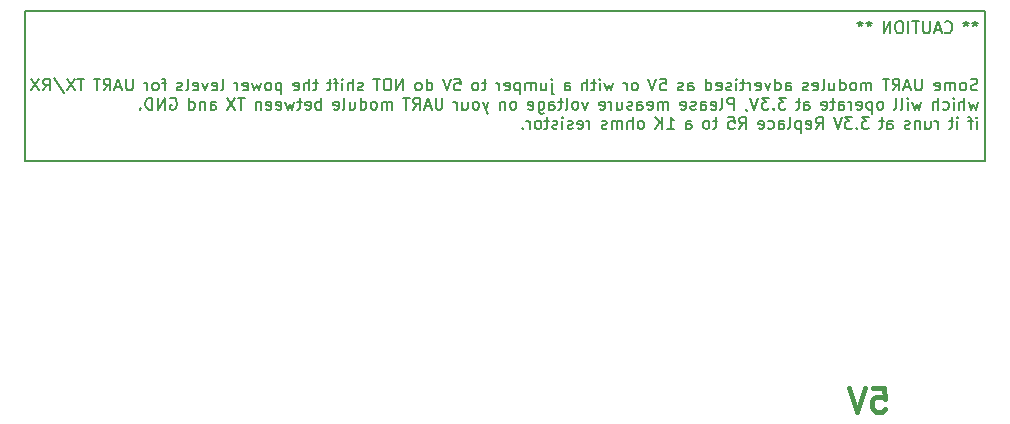
<source format=gbr>
%TF.GenerationSoftware,KiCad,Pcbnew,(7.0.0)*%
%TF.CreationDate,2023-08-25T13:08:02+02:00*%
%TF.ProjectId,JIG_THT,4a49475f-5448-4542-9e6b-696361645f70,rev?*%
%TF.SameCoordinates,Original*%
%TF.FileFunction,Legend,Bot*%
%TF.FilePolarity,Positive*%
%FSLAX46Y46*%
G04 Gerber Fmt 4.6, Leading zero omitted, Abs format (unit mm)*
G04 Created by KiCad (PCBNEW (7.0.0)) date 2023-08-25 13:08:02*
%MOMM*%
%LPD*%
G01*
G04 APERTURE LIST*
%ADD10C,0.200000*%
%ADD11C,0.400000*%
G04 APERTURE END LIST*
D10*
X33500000Y-43180000D02*
X114780000Y-43180000D01*
X114780000Y-43180000D02*
X114780000Y-55880000D01*
X114780000Y-55880000D02*
X33500000Y-55880000D01*
X33500000Y-55880000D02*
X33500000Y-43180000D01*
D11*
X105251428Y-75064761D02*
X106203809Y-75064761D01*
X106203809Y-75064761D02*
X106299047Y-76017142D01*
X106299047Y-76017142D02*
X106203809Y-75921904D01*
X106203809Y-75921904D02*
X106013333Y-75826666D01*
X106013333Y-75826666D02*
X105537142Y-75826666D01*
X105537142Y-75826666D02*
X105346666Y-75921904D01*
X105346666Y-75921904D02*
X105251428Y-76017142D01*
X105251428Y-76017142D02*
X105156190Y-76207619D01*
X105156190Y-76207619D02*
X105156190Y-76683809D01*
X105156190Y-76683809D02*
X105251428Y-76874285D01*
X105251428Y-76874285D02*
X105346666Y-76969523D01*
X105346666Y-76969523D02*
X105537142Y-77064761D01*
X105537142Y-77064761D02*
X106013333Y-77064761D01*
X106013333Y-77064761D02*
X106203809Y-76969523D01*
X106203809Y-76969523D02*
X106299047Y-76874285D01*
X104584761Y-75064761D02*
X103918095Y-77064761D01*
X103918095Y-77064761D02*
X103251428Y-75064761D01*
D10*
X113919047Y-44022380D02*
X113919047Y-44260476D01*
X114157142Y-44165238D02*
X113919047Y-44260476D01*
X113919047Y-44260476D02*
X113680952Y-44165238D01*
X114061904Y-44450952D02*
X113919047Y-44260476D01*
X113919047Y-44260476D02*
X113776190Y-44450952D01*
X113157142Y-44022380D02*
X113157142Y-44260476D01*
X113395237Y-44165238D02*
X113157142Y-44260476D01*
X113157142Y-44260476D02*
X112919047Y-44165238D01*
X113299999Y-44450952D02*
X113157142Y-44260476D01*
X113157142Y-44260476D02*
X113014285Y-44450952D01*
X111366666Y-44927142D02*
X111414285Y-44974761D01*
X111414285Y-44974761D02*
X111557142Y-45022380D01*
X111557142Y-45022380D02*
X111652380Y-45022380D01*
X111652380Y-45022380D02*
X111795237Y-44974761D01*
X111795237Y-44974761D02*
X111890475Y-44879523D01*
X111890475Y-44879523D02*
X111938094Y-44784285D01*
X111938094Y-44784285D02*
X111985713Y-44593809D01*
X111985713Y-44593809D02*
X111985713Y-44450952D01*
X111985713Y-44450952D02*
X111938094Y-44260476D01*
X111938094Y-44260476D02*
X111890475Y-44165238D01*
X111890475Y-44165238D02*
X111795237Y-44070000D01*
X111795237Y-44070000D02*
X111652380Y-44022380D01*
X111652380Y-44022380D02*
X111557142Y-44022380D01*
X111557142Y-44022380D02*
X111414285Y-44070000D01*
X111414285Y-44070000D02*
X111366666Y-44117619D01*
X110985713Y-44736666D02*
X110509523Y-44736666D01*
X111080951Y-45022380D02*
X110747618Y-44022380D01*
X110747618Y-44022380D02*
X110414285Y-45022380D01*
X110080951Y-44022380D02*
X110080951Y-44831904D01*
X110080951Y-44831904D02*
X110033332Y-44927142D01*
X110033332Y-44927142D02*
X109985713Y-44974761D01*
X109985713Y-44974761D02*
X109890475Y-45022380D01*
X109890475Y-45022380D02*
X109699999Y-45022380D01*
X109699999Y-45022380D02*
X109604761Y-44974761D01*
X109604761Y-44974761D02*
X109557142Y-44927142D01*
X109557142Y-44927142D02*
X109509523Y-44831904D01*
X109509523Y-44831904D02*
X109509523Y-44022380D01*
X109176189Y-44022380D02*
X108604761Y-44022380D01*
X108890475Y-45022380D02*
X108890475Y-44022380D01*
X108271427Y-45022380D02*
X108271427Y-44022380D01*
X107604761Y-44022380D02*
X107414285Y-44022380D01*
X107414285Y-44022380D02*
X107319047Y-44070000D01*
X107319047Y-44070000D02*
X107223809Y-44165238D01*
X107223809Y-44165238D02*
X107176190Y-44355714D01*
X107176190Y-44355714D02*
X107176190Y-44689047D01*
X107176190Y-44689047D02*
X107223809Y-44879523D01*
X107223809Y-44879523D02*
X107319047Y-44974761D01*
X107319047Y-44974761D02*
X107414285Y-45022380D01*
X107414285Y-45022380D02*
X107604761Y-45022380D01*
X107604761Y-45022380D02*
X107699999Y-44974761D01*
X107699999Y-44974761D02*
X107795237Y-44879523D01*
X107795237Y-44879523D02*
X107842856Y-44689047D01*
X107842856Y-44689047D02*
X107842856Y-44355714D01*
X107842856Y-44355714D02*
X107795237Y-44165238D01*
X107795237Y-44165238D02*
X107699999Y-44070000D01*
X107699999Y-44070000D02*
X107604761Y-44022380D01*
X106747618Y-45022380D02*
X106747618Y-44022380D01*
X106747618Y-44022380D02*
X106176190Y-45022380D01*
X106176190Y-45022380D02*
X106176190Y-44022380D01*
X104957142Y-44022380D02*
X104957142Y-44260476D01*
X105195237Y-44165238D02*
X104957142Y-44260476D01*
X104957142Y-44260476D02*
X104719047Y-44165238D01*
X105099999Y-44450952D02*
X104957142Y-44260476D01*
X104957142Y-44260476D02*
X104814285Y-44450952D01*
X104195237Y-44022380D02*
X104195237Y-44260476D01*
X104433332Y-44165238D02*
X104195237Y-44260476D01*
X104195237Y-44260476D02*
X103957142Y-44165238D01*
X104338094Y-44450952D02*
X104195237Y-44260476D01*
X104195237Y-44260476D02*
X104052380Y-44450952D01*
X114109523Y-49834761D02*
X113966666Y-49882380D01*
X113966666Y-49882380D02*
X113728571Y-49882380D01*
X113728571Y-49882380D02*
X113633333Y-49834761D01*
X113633333Y-49834761D02*
X113585714Y-49787142D01*
X113585714Y-49787142D02*
X113538095Y-49691904D01*
X113538095Y-49691904D02*
X113538095Y-49596666D01*
X113538095Y-49596666D02*
X113585714Y-49501428D01*
X113585714Y-49501428D02*
X113633333Y-49453809D01*
X113633333Y-49453809D02*
X113728571Y-49406190D01*
X113728571Y-49406190D02*
X113919047Y-49358571D01*
X113919047Y-49358571D02*
X114014285Y-49310952D01*
X114014285Y-49310952D02*
X114061904Y-49263333D01*
X114061904Y-49263333D02*
X114109523Y-49168095D01*
X114109523Y-49168095D02*
X114109523Y-49072857D01*
X114109523Y-49072857D02*
X114061904Y-48977619D01*
X114061904Y-48977619D02*
X114014285Y-48930000D01*
X114014285Y-48930000D02*
X113919047Y-48882380D01*
X113919047Y-48882380D02*
X113680952Y-48882380D01*
X113680952Y-48882380D02*
X113538095Y-48930000D01*
X112966666Y-49882380D02*
X113061904Y-49834761D01*
X113061904Y-49834761D02*
X113109523Y-49787142D01*
X113109523Y-49787142D02*
X113157142Y-49691904D01*
X113157142Y-49691904D02*
X113157142Y-49406190D01*
X113157142Y-49406190D02*
X113109523Y-49310952D01*
X113109523Y-49310952D02*
X113061904Y-49263333D01*
X113061904Y-49263333D02*
X112966666Y-49215714D01*
X112966666Y-49215714D02*
X112823809Y-49215714D01*
X112823809Y-49215714D02*
X112728571Y-49263333D01*
X112728571Y-49263333D02*
X112680952Y-49310952D01*
X112680952Y-49310952D02*
X112633333Y-49406190D01*
X112633333Y-49406190D02*
X112633333Y-49691904D01*
X112633333Y-49691904D02*
X112680952Y-49787142D01*
X112680952Y-49787142D02*
X112728571Y-49834761D01*
X112728571Y-49834761D02*
X112823809Y-49882380D01*
X112823809Y-49882380D02*
X112966666Y-49882380D01*
X112204761Y-49882380D02*
X112204761Y-49215714D01*
X112204761Y-49310952D02*
X112157142Y-49263333D01*
X112157142Y-49263333D02*
X112061904Y-49215714D01*
X112061904Y-49215714D02*
X111919047Y-49215714D01*
X111919047Y-49215714D02*
X111823809Y-49263333D01*
X111823809Y-49263333D02*
X111776190Y-49358571D01*
X111776190Y-49358571D02*
X111776190Y-49882380D01*
X111776190Y-49358571D02*
X111728571Y-49263333D01*
X111728571Y-49263333D02*
X111633333Y-49215714D01*
X111633333Y-49215714D02*
X111490476Y-49215714D01*
X111490476Y-49215714D02*
X111395237Y-49263333D01*
X111395237Y-49263333D02*
X111347618Y-49358571D01*
X111347618Y-49358571D02*
X111347618Y-49882380D01*
X110490476Y-49834761D02*
X110585714Y-49882380D01*
X110585714Y-49882380D02*
X110776190Y-49882380D01*
X110776190Y-49882380D02*
X110871428Y-49834761D01*
X110871428Y-49834761D02*
X110919047Y-49739523D01*
X110919047Y-49739523D02*
X110919047Y-49358571D01*
X110919047Y-49358571D02*
X110871428Y-49263333D01*
X110871428Y-49263333D02*
X110776190Y-49215714D01*
X110776190Y-49215714D02*
X110585714Y-49215714D01*
X110585714Y-49215714D02*
X110490476Y-49263333D01*
X110490476Y-49263333D02*
X110442857Y-49358571D01*
X110442857Y-49358571D02*
X110442857Y-49453809D01*
X110442857Y-49453809D02*
X110919047Y-49549047D01*
X109414285Y-48882380D02*
X109414285Y-49691904D01*
X109414285Y-49691904D02*
X109366666Y-49787142D01*
X109366666Y-49787142D02*
X109319047Y-49834761D01*
X109319047Y-49834761D02*
X109223809Y-49882380D01*
X109223809Y-49882380D02*
X109033333Y-49882380D01*
X109033333Y-49882380D02*
X108938095Y-49834761D01*
X108938095Y-49834761D02*
X108890476Y-49787142D01*
X108890476Y-49787142D02*
X108842857Y-49691904D01*
X108842857Y-49691904D02*
X108842857Y-48882380D01*
X108414285Y-49596666D02*
X107938095Y-49596666D01*
X108509523Y-49882380D02*
X108176190Y-48882380D01*
X108176190Y-48882380D02*
X107842857Y-49882380D01*
X106938095Y-49882380D02*
X107271428Y-49406190D01*
X107509523Y-49882380D02*
X107509523Y-48882380D01*
X107509523Y-48882380D02*
X107128571Y-48882380D01*
X107128571Y-48882380D02*
X107033333Y-48930000D01*
X107033333Y-48930000D02*
X106985714Y-48977619D01*
X106985714Y-48977619D02*
X106938095Y-49072857D01*
X106938095Y-49072857D02*
X106938095Y-49215714D01*
X106938095Y-49215714D02*
X106985714Y-49310952D01*
X106985714Y-49310952D02*
X107033333Y-49358571D01*
X107033333Y-49358571D02*
X107128571Y-49406190D01*
X107128571Y-49406190D02*
X107509523Y-49406190D01*
X106652380Y-48882380D02*
X106080952Y-48882380D01*
X106366666Y-49882380D02*
X106366666Y-48882380D01*
X105147618Y-49882380D02*
X105147618Y-49215714D01*
X105147618Y-49310952D02*
X105099999Y-49263333D01*
X105099999Y-49263333D02*
X105004761Y-49215714D01*
X105004761Y-49215714D02*
X104861904Y-49215714D01*
X104861904Y-49215714D02*
X104766666Y-49263333D01*
X104766666Y-49263333D02*
X104719047Y-49358571D01*
X104719047Y-49358571D02*
X104719047Y-49882380D01*
X104719047Y-49358571D02*
X104671428Y-49263333D01*
X104671428Y-49263333D02*
X104576190Y-49215714D01*
X104576190Y-49215714D02*
X104433333Y-49215714D01*
X104433333Y-49215714D02*
X104338094Y-49263333D01*
X104338094Y-49263333D02*
X104290475Y-49358571D01*
X104290475Y-49358571D02*
X104290475Y-49882380D01*
X103671428Y-49882380D02*
X103766666Y-49834761D01*
X103766666Y-49834761D02*
X103814285Y-49787142D01*
X103814285Y-49787142D02*
X103861904Y-49691904D01*
X103861904Y-49691904D02*
X103861904Y-49406190D01*
X103861904Y-49406190D02*
X103814285Y-49310952D01*
X103814285Y-49310952D02*
X103766666Y-49263333D01*
X103766666Y-49263333D02*
X103671428Y-49215714D01*
X103671428Y-49215714D02*
X103528571Y-49215714D01*
X103528571Y-49215714D02*
X103433333Y-49263333D01*
X103433333Y-49263333D02*
X103385714Y-49310952D01*
X103385714Y-49310952D02*
X103338095Y-49406190D01*
X103338095Y-49406190D02*
X103338095Y-49691904D01*
X103338095Y-49691904D02*
X103385714Y-49787142D01*
X103385714Y-49787142D02*
X103433333Y-49834761D01*
X103433333Y-49834761D02*
X103528571Y-49882380D01*
X103528571Y-49882380D02*
X103671428Y-49882380D01*
X102480952Y-49882380D02*
X102480952Y-48882380D01*
X102480952Y-49834761D02*
X102576190Y-49882380D01*
X102576190Y-49882380D02*
X102766666Y-49882380D01*
X102766666Y-49882380D02*
X102861904Y-49834761D01*
X102861904Y-49834761D02*
X102909523Y-49787142D01*
X102909523Y-49787142D02*
X102957142Y-49691904D01*
X102957142Y-49691904D02*
X102957142Y-49406190D01*
X102957142Y-49406190D02*
X102909523Y-49310952D01*
X102909523Y-49310952D02*
X102861904Y-49263333D01*
X102861904Y-49263333D02*
X102766666Y-49215714D01*
X102766666Y-49215714D02*
X102576190Y-49215714D01*
X102576190Y-49215714D02*
X102480952Y-49263333D01*
X101576190Y-49215714D02*
X101576190Y-49882380D01*
X102004761Y-49215714D02*
X102004761Y-49739523D01*
X102004761Y-49739523D02*
X101957142Y-49834761D01*
X101957142Y-49834761D02*
X101861904Y-49882380D01*
X101861904Y-49882380D02*
X101719047Y-49882380D01*
X101719047Y-49882380D02*
X101623809Y-49834761D01*
X101623809Y-49834761D02*
X101576190Y-49787142D01*
X100957142Y-49882380D02*
X101052380Y-49834761D01*
X101052380Y-49834761D02*
X101099999Y-49739523D01*
X101099999Y-49739523D02*
X101099999Y-48882380D01*
X100195237Y-49834761D02*
X100290475Y-49882380D01*
X100290475Y-49882380D02*
X100480951Y-49882380D01*
X100480951Y-49882380D02*
X100576189Y-49834761D01*
X100576189Y-49834761D02*
X100623808Y-49739523D01*
X100623808Y-49739523D02*
X100623808Y-49358571D01*
X100623808Y-49358571D02*
X100576189Y-49263333D01*
X100576189Y-49263333D02*
X100480951Y-49215714D01*
X100480951Y-49215714D02*
X100290475Y-49215714D01*
X100290475Y-49215714D02*
X100195237Y-49263333D01*
X100195237Y-49263333D02*
X100147618Y-49358571D01*
X100147618Y-49358571D02*
X100147618Y-49453809D01*
X100147618Y-49453809D02*
X100623808Y-49549047D01*
X99766665Y-49834761D02*
X99671427Y-49882380D01*
X99671427Y-49882380D02*
X99480951Y-49882380D01*
X99480951Y-49882380D02*
X99385713Y-49834761D01*
X99385713Y-49834761D02*
X99338094Y-49739523D01*
X99338094Y-49739523D02*
X99338094Y-49691904D01*
X99338094Y-49691904D02*
X99385713Y-49596666D01*
X99385713Y-49596666D02*
X99480951Y-49549047D01*
X99480951Y-49549047D02*
X99623808Y-49549047D01*
X99623808Y-49549047D02*
X99719046Y-49501428D01*
X99719046Y-49501428D02*
X99766665Y-49406190D01*
X99766665Y-49406190D02*
X99766665Y-49358571D01*
X99766665Y-49358571D02*
X99719046Y-49263333D01*
X99719046Y-49263333D02*
X99623808Y-49215714D01*
X99623808Y-49215714D02*
X99480951Y-49215714D01*
X99480951Y-49215714D02*
X99385713Y-49263333D01*
X97880951Y-49882380D02*
X97880951Y-49358571D01*
X97880951Y-49358571D02*
X97928570Y-49263333D01*
X97928570Y-49263333D02*
X98023808Y-49215714D01*
X98023808Y-49215714D02*
X98214284Y-49215714D01*
X98214284Y-49215714D02*
X98309522Y-49263333D01*
X97880951Y-49834761D02*
X97976189Y-49882380D01*
X97976189Y-49882380D02*
X98214284Y-49882380D01*
X98214284Y-49882380D02*
X98309522Y-49834761D01*
X98309522Y-49834761D02*
X98357141Y-49739523D01*
X98357141Y-49739523D02*
X98357141Y-49644285D01*
X98357141Y-49644285D02*
X98309522Y-49549047D01*
X98309522Y-49549047D02*
X98214284Y-49501428D01*
X98214284Y-49501428D02*
X97976189Y-49501428D01*
X97976189Y-49501428D02*
X97880951Y-49453809D01*
X96976189Y-49882380D02*
X96976189Y-48882380D01*
X96976189Y-49834761D02*
X97071427Y-49882380D01*
X97071427Y-49882380D02*
X97261903Y-49882380D01*
X97261903Y-49882380D02*
X97357141Y-49834761D01*
X97357141Y-49834761D02*
X97404760Y-49787142D01*
X97404760Y-49787142D02*
X97452379Y-49691904D01*
X97452379Y-49691904D02*
X97452379Y-49406190D01*
X97452379Y-49406190D02*
X97404760Y-49310952D01*
X97404760Y-49310952D02*
X97357141Y-49263333D01*
X97357141Y-49263333D02*
X97261903Y-49215714D01*
X97261903Y-49215714D02*
X97071427Y-49215714D01*
X97071427Y-49215714D02*
X96976189Y-49263333D01*
X96595236Y-49215714D02*
X96357141Y-49882380D01*
X96357141Y-49882380D02*
X96119046Y-49215714D01*
X95357141Y-49834761D02*
X95452379Y-49882380D01*
X95452379Y-49882380D02*
X95642855Y-49882380D01*
X95642855Y-49882380D02*
X95738093Y-49834761D01*
X95738093Y-49834761D02*
X95785712Y-49739523D01*
X95785712Y-49739523D02*
X95785712Y-49358571D01*
X95785712Y-49358571D02*
X95738093Y-49263333D01*
X95738093Y-49263333D02*
X95642855Y-49215714D01*
X95642855Y-49215714D02*
X95452379Y-49215714D01*
X95452379Y-49215714D02*
X95357141Y-49263333D01*
X95357141Y-49263333D02*
X95309522Y-49358571D01*
X95309522Y-49358571D02*
X95309522Y-49453809D01*
X95309522Y-49453809D02*
X95785712Y-49549047D01*
X94880950Y-49882380D02*
X94880950Y-49215714D01*
X94880950Y-49406190D02*
X94833331Y-49310952D01*
X94833331Y-49310952D02*
X94785712Y-49263333D01*
X94785712Y-49263333D02*
X94690474Y-49215714D01*
X94690474Y-49215714D02*
X94595236Y-49215714D01*
X94404759Y-49215714D02*
X94023807Y-49215714D01*
X94261902Y-48882380D02*
X94261902Y-49739523D01*
X94261902Y-49739523D02*
X94214283Y-49834761D01*
X94214283Y-49834761D02*
X94119045Y-49882380D01*
X94119045Y-49882380D02*
X94023807Y-49882380D01*
X93690473Y-49882380D02*
X93690473Y-49215714D01*
X93690473Y-48882380D02*
X93738092Y-48930000D01*
X93738092Y-48930000D02*
X93690473Y-48977619D01*
X93690473Y-48977619D02*
X93642854Y-48930000D01*
X93642854Y-48930000D02*
X93690473Y-48882380D01*
X93690473Y-48882380D02*
X93690473Y-48977619D01*
X93261902Y-49834761D02*
X93166664Y-49882380D01*
X93166664Y-49882380D02*
X92976188Y-49882380D01*
X92976188Y-49882380D02*
X92880950Y-49834761D01*
X92880950Y-49834761D02*
X92833331Y-49739523D01*
X92833331Y-49739523D02*
X92833331Y-49691904D01*
X92833331Y-49691904D02*
X92880950Y-49596666D01*
X92880950Y-49596666D02*
X92976188Y-49549047D01*
X92976188Y-49549047D02*
X93119045Y-49549047D01*
X93119045Y-49549047D02*
X93214283Y-49501428D01*
X93214283Y-49501428D02*
X93261902Y-49406190D01*
X93261902Y-49406190D02*
X93261902Y-49358571D01*
X93261902Y-49358571D02*
X93214283Y-49263333D01*
X93214283Y-49263333D02*
X93119045Y-49215714D01*
X93119045Y-49215714D02*
X92976188Y-49215714D01*
X92976188Y-49215714D02*
X92880950Y-49263333D01*
X92023807Y-49834761D02*
X92119045Y-49882380D01*
X92119045Y-49882380D02*
X92309521Y-49882380D01*
X92309521Y-49882380D02*
X92404759Y-49834761D01*
X92404759Y-49834761D02*
X92452378Y-49739523D01*
X92452378Y-49739523D02*
X92452378Y-49358571D01*
X92452378Y-49358571D02*
X92404759Y-49263333D01*
X92404759Y-49263333D02*
X92309521Y-49215714D01*
X92309521Y-49215714D02*
X92119045Y-49215714D01*
X92119045Y-49215714D02*
X92023807Y-49263333D01*
X92023807Y-49263333D02*
X91976188Y-49358571D01*
X91976188Y-49358571D02*
X91976188Y-49453809D01*
X91976188Y-49453809D02*
X92452378Y-49549047D01*
X91119045Y-49882380D02*
X91119045Y-48882380D01*
X91119045Y-49834761D02*
X91214283Y-49882380D01*
X91214283Y-49882380D02*
X91404759Y-49882380D01*
X91404759Y-49882380D02*
X91499997Y-49834761D01*
X91499997Y-49834761D02*
X91547616Y-49787142D01*
X91547616Y-49787142D02*
X91595235Y-49691904D01*
X91595235Y-49691904D02*
X91595235Y-49406190D01*
X91595235Y-49406190D02*
X91547616Y-49310952D01*
X91547616Y-49310952D02*
X91499997Y-49263333D01*
X91499997Y-49263333D02*
X91404759Y-49215714D01*
X91404759Y-49215714D02*
X91214283Y-49215714D01*
X91214283Y-49215714D02*
X91119045Y-49263333D01*
X89614283Y-49882380D02*
X89614283Y-49358571D01*
X89614283Y-49358571D02*
X89661902Y-49263333D01*
X89661902Y-49263333D02*
X89757140Y-49215714D01*
X89757140Y-49215714D02*
X89947616Y-49215714D01*
X89947616Y-49215714D02*
X90042854Y-49263333D01*
X89614283Y-49834761D02*
X89709521Y-49882380D01*
X89709521Y-49882380D02*
X89947616Y-49882380D01*
X89947616Y-49882380D02*
X90042854Y-49834761D01*
X90042854Y-49834761D02*
X90090473Y-49739523D01*
X90090473Y-49739523D02*
X90090473Y-49644285D01*
X90090473Y-49644285D02*
X90042854Y-49549047D01*
X90042854Y-49549047D02*
X89947616Y-49501428D01*
X89947616Y-49501428D02*
X89709521Y-49501428D01*
X89709521Y-49501428D02*
X89614283Y-49453809D01*
X89185711Y-49834761D02*
X89090473Y-49882380D01*
X89090473Y-49882380D02*
X88899997Y-49882380D01*
X88899997Y-49882380D02*
X88804759Y-49834761D01*
X88804759Y-49834761D02*
X88757140Y-49739523D01*
X88757140Y-49739523D02*
X88757140Y-49691904D01*
X88757140Y-49691904D02*
X88804759Y-49596666D01*
X88804759Y-49596666D02*
X88899997Y-49549047D01*
X88899997Y-49549047D02*
X89042854Y-49549047D01*
X89042854Y-49549047D02*
X89138092Y-49501428D01*
X89138092Y-49501428D02*
X89185711Y-49406190D01*
X89185711Y-49406190D02*
X89185711Y-49358571D01*
X89185711Y-49358571D02*
X89138092Y-49263333D01*
X89138092Y-49263333D02*
X89042854Y-49215714D01*
X89042854Y-49215714D02*
X88899997Y-49215714D01*
X88899997Y-49215714D02*
X88804759Y-49263333D01*
X87252378Y-48882380D02*
X87728568Y-48882380D01*
X87728568Y-48882380D02*
X87776187Y-49358571D01*
X87776187Y-49358571D02*
X87728568Y-49310952D01*
X87728568Y-49310952D02*
X87633330Y-49263333D01*
X87633330Y-49263333D02*
X87395235Y-49263333D01*
X87395235Y-49263333D02*
X87299997Y-49310952D01*
X87299997Y-49310952D02*
X87252378Y-49358571D01*
X87252378Y-49358571D02*
X87204759Y-49453809D01*
X87204759Y-49453809D02*
X87204759Y-49691904D01*
X87204759Y-49691904D02*
X87252378Y-49787142D01*
X87252378Y-49787142D02*
X87299997Y-49834761D01*
X87299997Y-49834761D02*
X87395235Y-49882380D01*
X87395235Y-49882380D02*
X87633330Y-49882380D01*
X87633330Y-49882380D02*
X87728568Y-49834761D01*
X87728568Y-49834761D02*
X87776187Y-49787142D01*
X86919044Y-48882380D02*
X86585711Y-49882380D01*
X86585711Y-49882380D02*
X86252378Y-48882380D01*
X85176187Y-49882380D02*
X85271425Y-49834761D01*
X85271425Y-49834761D02*
X85319044Y-49787142D01*
X85319044Y-49787142D02*
X85366663Y-49691904D01*
X85366663Y-49691904D02*
X85366663Y-49406190D01*
X85366663Y-49406190D02*
X85319044Y-49310952D01*
X85319044Y-49310952D02*
X85271425Y-49263333D01*
X85271425Y-49263333D02*
X85176187Y-49215714D01*
X85176187Y-49215714D02*
X85033330Y-49215714D01*
X85033330Y-49215714D02*
X84938092Y-49263333D01*
X84938092Y-49263333D02*
X84890473Y-49310952D01*
X84890473Y-49310952D02*
X84842854Y-49406190D01*
X84842854Y-49406190D02*
X84842854Y-49691904D01*
X84842854Y-49691904D02*
X84890473Y-49787142D01*
X84890473Y-49787142D02*
X84938092Y-49834761D01*
X84938092Y-49834761D02*
X85033330Y-49882380D01*
X85033330Y-49882380D02*
X85176187Y-49882380D01*
X84414282Y-49882380D02*
X84414282Y-49215714D01*
X84414282Y-49406190D02*
X84366663Y-49310952D01*
X84366663Y-49310952D02*
X84319044Y-49263333D01*
X84319044Y-49263333D02*
X84223806Y-49215714D01*
X84223806Y-49215714D02*
X84128568Y-49215714D01*
X83290472Y-49215714D02*
X83099996Y-49882380D01*
X83099996Y-49882380D02*
X82909520Y-49406190D01*
X82909520Y-49406190D02*
X82719044Y-49882380D01*
X82719044Y-49882380D02*
X82528568Y-49215714D01*
X82147615Y-49882380D02*
X82147615Y-49215714D01*
X82147615Y-48882380D02*
X82195234Y-48930000D01*
X82195234Y-48930000D02*
X82147615Y-48977619D01*
X82147615Y-48977619D02*
X82099996Y-48930000D01*
X82099996Y-48930000D02*
X82147615Y-48882380D01*
X82147615Y-48882380D02*
X82147615Y-48977619D01*
X81814282Y-49215714D02*
X81433330Y-49215714D01*
X81671425Y-48882380D02*
X81671425Y-49739523D01*
X81671425Y-49739523D02*
X81623806Y-49834761D01*
X81623806Y-49834761D02*
X81528568Y-49882380D01*
X81528568Y-49882380D02*
X81433330Y-49882380D01*
X81099996Y-49882380D02*
X81099996Y-48882380D01*
X80671425Y-49882380D02*
X80671425Y-49358571D01*
X80671425Y-49358571D02*
X80719044Y-49263333D01*
X80719044Y-49263333D02*
X80814282Y-49215714D01*
X80814282Y-49215714D02*
X80957139Y-49215714D01*
X80957139Y-49215714D02*
X81052377Y-49263333D01*
X81052377Y-49263333D02*
X81099996Y-49310952D01*
X79166663Y-49882380D02*
X79166663Y-49358571D01*
X79166663Y-49358571D02*
X79214282Y-49263333D01*
X79214282Y-49263333D02*
X79309520Y-49215714D01*
X79309520Y-49215714D02*
X79499996Y-49215714D01*
X79499996Y-49215714D02*
X79595234Y-49263333D01*
X79166663Y-49834761D02*
X79261901Y-49882380D01*
X79261901Y-49882380D02*
X79499996Y-49882380D01*
X79499996Y-49882380D02*
X79595234Y-49834761D01*
X79595234Y-49834761D02*
X79642853Y-49739523D01*
X79642853Y-49739523D02*
X79642853Y-49644285D01*
X79642853Y-49644285D02*
X79595234Y-49549047D01*
X79595234Y-49549047D02*
X79499996Y-49501428D01*
X79499996Y-49501428D02*
X79261901Y-49501428D01*
X79261901Y-49501428D02*
X79166663Y-49453809D01*
X78090472Y-49215714D02*
X78090472Y-50072857D01*
X78090472Y-50072857D02*
X78138091Y-50168095D01*
X78138091Y-50168095D02*
X78233329Y-50215714D01*
X78233329Y-50215714D02*
X78280948Y-50215714D01*
X78090472Y-48882380D02*
X78138091Y-48930000D01*
X78138091Y-48930000D02*
X78090472Y-48977619D01*
X78090472Y-48977619D02*
X78042853Y-48930000D01*
X78042853Y-48930000D02*
X78090472Y-48882380D01*
X78090472Y-48882380D02*
X78090472Y-48977619D01*
X77185711Y-49215714D02*
X77185711Y-49882380D01*
X77614282Y-49215714D02*
X77614282Y-49739523D01*
X77614282Y-49739523D02*
X77566663Y-49834761D01*
X77566663Y-49834761D02*
X77471425Y-49882380D01*
X77471425Y-49882380D02*
X77328568Y-49882380D01*
X77328568Y-49882380D02*
X77233330Y-49834761D01*
X77233330Y-49834761D02*
X77185711Y-49787142D01*
X76709520Y-49882380D02*
X76709520Y-49215714D01*
X76709520Y-49310952D02*
X76661901Y-49263333D01*
X76661901Y-49263333D02*
X76566663Y-49215714D01*
X76566663Y-49215714D02*
X76423806Y-49215714D01*
X76423806Y-49215714D02*
X76328568Y-49263333D01*
X76328568Y-49263333D02*
X76280949Y-49358571D01*
X76280949Y-49358571D02*
X76280949Y-49882380D01*
X76280949Y-49358571D02*
X76233330Y-49263333D01*
X76233330Y-49263333D02*
X76138092Y-49215714D01*
X76138092Y-49215714D02*
X75995235Y-49215714D01*
X75995235Y-49215714D02*
X75899996Y-49263333D01*
X75899996Y-49263333D02*
X75852377Y-49358571D01*
X75852377Y-49358571D02*
X75852377Y-49882380D01*
X75376187Y-49215714D02*
X75376187Y-50215714D01*
X75376187Y-49263333D02*
X75280949Y-49215714D01*
X75280949Y-49215714D02*
X75090473Y-49215714D01*
X75090473Y-49215714D02*
X74995235Y-49263333D01*
X74995235Y-49263333D02*
X74947616Y-49310952D01*
X74947616Y-49310952D02*
X74899997Y-49406190D01*
X74899997Y-49406190D02*
X74899997Y-49691904D01*
X74899997Y-49691904D02*
X74947616Y-49787142D01*
X74947616Y-49787142D02*
X74995235Y-49834761D01*
X74995235Y-49834761D02*
X75090473Y-49882380D01*
X75090473Y-49882380D02*
X75280949Y-49882380D01*
X75280949Y-49882380D02*
X75376187Y-49834761D01*
X74090473Y-49834761D02*
X74185711Y-49882380D01*
X74185711Y-49882380D02*
X74376187Y-49882380D01*
X74376187Y-49882380D02*
X74471425Y-49834761D01*
X74471425Y-49834761D02*
X74519044Y-49739523D01*
X74519044Y-49739523D02*
X74519044Y-49358571D01*
X74519044Y-49358571D02*
X74471425Y-49263333D01*
X74471425Y-49263333D02*
X74376187Y-49215714D01*
X74376187Y-49215714D02*
X74185711Y-49215714D01*
X74185711Y-49215714D02*
X74090473Y-49263333D01*
X74090473Y-49263333D02*
X74042854Y-49358571D01*
X74042854Y-49358571D02*
X74042854Y-49453809D01*
X74042854Y-49453809D02*
X74519044Y-49549047D01*
X73614282Y-49882380D02*
X73614282Y-49215714D01*
X73614282Y-49406190D02*
X73566663Y-49310952D01*
X73566663Y-49310952D02*
X73519044Y-49263333D01*
X73519044Y-49263333D02*
X73423806Y-49215714D01*
X73423806Y-49215714D02*
X73328568Y-49215714D01*
X72538091Y-49215714D02*
X72157139Y-49215714D01*
X72395234Y-48882380D02*
X72395234Y-49739523D01*
X72395234Y-49739523D02*
X72347615Y-49834761D01*
X72347615Y-49834761D02*
X72252377Y-49882380D01*
X72252377Y-49882380D02*
X72157139Y-49882380D01*
X71680948Y-49882380D02*
X71776186Y-49834761D01*
X71776186Y-49834761D02*
X71823805Y-49787142D01*
X71823805Y-49787142D02*
X71871424Y-49691904D01*
X71871424Y-49691904D02*
X71871424Y-49406190D01*
X71871424Y-49406190D02*
X71823805Y-49310952D01*
X71823805Y-49310952D02*
X71776186Y-49263333D01*
X71776186Y-49263333D02*
X71680948Y-49215714D01*
X71680948Y-49215714D02*
X71538091Y-49215714D01*
X71538091Y-49215714D02*
X71442853Y-49263333D01*
X71442853Y-49263333D02*
X71395234Y-49310952D01*
X71395234Y-49310952D02*
X71347615Y-49406190D01*
X71347615Y-49406190D02*
X71347615Y-49691904D01*
X71347615Y-49691904D02*
X71395234Y-49787142D01*
X71395234Y-49787142D02*
X71442853Y-49834761D01*
X71442853Y-49834761D02*
X71538091Y-49882380D01*
X71538091Y-49882380D02*
X71680948Y-49882380D01*
X69842853Y-48882380D02*
X70319043Y-48882380D01*
X70319043Y-48882380D02*
X70366662Y-49358571D01*
X70366662Y-49358571D02*
X70319043Y-49310952D01*
X70319043Y-49310952D02*
X70223805Y-49263333D01*
X70223805Y-49263333D02*
X69985710Y-49263333D01*
X69985710Y-49263333D02*
X69890472Y-49310952D01*
X69890472Y-49310952D02*
X69842853Y-49358571D01*
X69842853Y-49358571D02*
X69795234Y-49453809D01*
X69795234Y-49453809D02*
X69795234Y-49691904D01*
X69795234Y-49691904D02*
X69842853Y-49787142D01*
X69842853Y-49787142D02*
X69890472Y-49834761D01*
X69890472Y-49834761D02*
X69985710Y-49882380D01*
X69985710Y-49882380D02*
X70223805Y-49882380D01*
X70223805Y-49882380D02*
X70319043Y-49834761D01*
X70319043Y-49834761D02*
X70366662Y-49787142D01*
X69509519Y-48882380D02*
X69176186Y-49882380D01*
X69176186Y-49882380D02*
X68842853Y-48882380D01*
X67480948Y-49882380D02*
X67480948Y-48882380D01*
X67480948Y-49834761D02*
X67576186Y-49882380D01*
X67576186Y-49882380D02*
X67766662Y-49882380D01*
X67766662Y-49882380D02*
X67861900Y-49834761D01*
X67861900Y-49834761D02*
X67909519Y-49787142D01*
X67909519Y-49787142D02*
X67957138Y-49691904D01*
X67957138Y-49691904D02*
X67957138Y-49406190D01*
X67957138Y-49406190D02*
X67909519Y-49310952D01*
X67909519Y-49310952D02*
X67861900Y-49263333D01*
X67861900Y-49263333D02*
X67766662Y-49215714D01*
X67766662Y-49215714D02*
X67576186Y-49215714D01*
X67576186Y-49215714D02*
X67480948Y-49263333D01*
X66861900Y-49882380D02*
X66957138Y-49834761D01*
X66957138Y-49834761D02*
X67004757Y-49787142D01*
X67004757Y-49787142D02*
X67052376Y-49691904D01*
X67052376Y-49691904D02*
X67052376Y-49406190D01*
X67052376Y-49406190D02*
X67004757Y-49310952D01*
X67004757Y-49310952D02*
X66957138Y-49263333D01*
X66957138Y-49263333D02*
X66861900Y-49215714D01*
X66861900Y-49215714D02*
X66719043Y-49215714D01*
X66719043Y-49215714D02*
X66623805Y-49263333D01*
X66623805Y-49263333D02*
X66576186Y-49310952D01*
X66576186Y-49310952D02*
X66528567Y-49406190D01*
X66528567Y-49406190D02*
X66528567Y-49691904D01*
X66528567Y-49691904D02*
X66576186Y-49787142D01*
X66576186Y-49787142D02*
X66623805Y-49834761D01*
X66623805Y-49834761D02*
X66719043Y-49882380D01*
X66719043Y-49882380D02*
X66861900Y-49882380D01*
X65499995Y-49882380D02*
X65499995Y-48882380D01*
X65499995Y-48882380D02*
X64928567Y-49882380D01*
X64928567Y-49882380D02*
X64928567Y-48882380D01*
X64261900Y-48882380D02*
X64071424Y-48882380D01*
X64071424Y-48882380D02*
X63976186Y-48930000D01*
X63976186Y-48930000D02*
X63880948Y-49025238D01*
X63880948Y-49025238D02*
X63833329Y-49215714D01*
X63833329Y-49215714D02*
X63833329Y-49549047D01*
X63833329Y-49549047D02*
X63880948Y-49739523D01*
X63880948Y-49739523D02*
X63976186Y-49834761D01*
X63976186Y-49834761D02*
X64071424Y-49882380D01*
X64071424Y-49882380D02*
X64261900Y-49882380D01*
X64261900Y-49882380D02*
X64357138Y-49834761D01*
X64357138Y-49834761D02*
X64452376Y-49739523D01*
X64452376Y-49739523D02*
X64499995Y-49549047D01*
X64499995Y-49549047D02*
X64499995Y-49215714D01*
X64499995Y-49215714D02*
X64452376Y-49025238D01*
X64452376Y-49025238D02*
X64357138Y-48930000D01*
X64357138Y-48930000D02*
X64261900Y-48882380D01*
X63547614Y-48882380D02*
X62976186Y-48882380D01*
X63261900Y-49882380D02*
X63261900Y-48882380D01*
X62090471Y-49834761D02*
X61995233Y-49882380D01*
X61995233Y-49882380D02*
X61804757Y-49882380D01*
X61804757Y-49882380D02*
X61709519Y-49834761D01*
X61709519Y-49834761D02*
X61661900Y-49739523D01*
X61661900Y-49739523D02*
X61661900Y-49691904D01*
X61661900Y-49691904D02*
X61709519Y-49596666D01*
X61709519Y-49596666D02*
X61804757Y-49549047D01*
X61804757Y-49549047D02*
X61947614Y-49549047D01*
X61947614Y-49549047D02*
X62042852Y-49501428D01*
X62042852Y-49501428D02*
X62090471Y-49406190D01*
X62090471Y-49406190D02*
X62090471Y-49358571D01*
X62090471Y-49358571D02*
X62042852Y-49263333D01*
X62042852Y-49263333D02*
X61947614Y-49215714D01*
X61947614Y-49215714D02*
X61804757Y-49215714D01*
X61804757Y-49215714D02*
X61709519Y-49263333D01*
X61233328Y-49882380D02*
X61233328Y-48882380D01*
X60804757Y-49882380D02*
X60804757Y-49358571D01*
X60804757Y-49358571D02*
X60852376Y-49263333D01*
X60852376Y-49263333D02*
X60947614Y-49215714D01*
X60947614Y-49215714D02*
X61090471Y-49215714D01*
X61090471Y-49215714D02*
X61185709Y-49263333D01*
X61185709Y-49263333D02*
X61233328Y-49310952D01*
X60328566Y-49882380D02*
X60328566Y-49215714D01*
X60328566Y-48882380D02*
X60376185Y-48930000D01*
X60376185Y-48930000D02*
X60328566Y-48977619D01*
X60328566Y-48977619D02*
X60280947Y-48930000D01*
X60280947Y-48930000D02*
X60328566Y-48882380D01*
X60328566Y-48882380D02*
X60328566Y-48977619D01*
X59995233Y-49215714D02*
X59614281Y-49215714D01*
X59852376Y-49882380D02*
X59852376Y-49025238D01*
X59852376Y-49025238D02*
X59804757Y-48930000D01*
X59804757Y-48930000D02*
X59709519Y-48882380D01*
X59709519Y-48882380D02*
X59614281Y-48882380D01*
X59423804Y-49215714D02*
X59042852Y-49215714D01*
X59280947Y-48882380D02*
X59280947Y-49739523D01*
X59280947Y-49739523D02*
X59233328Y-49834761D01*
X59233328Y-49834761D02*
X59138090Y-49882380D01*
X59138090Y-49882380D02*
X59042852Y-49882380D01*
X58252375Y-49215714D02*
X57871423Y-49215714D01*
X58109518Y-48882380D02*
X58109518Y-49739523D01*
X58109518Y-49739523D02*
X58061899Y-49834761D01*
X58061899Y-49834761D02*
X57966661Y-49882380D01*
X57966661Y-49882380D02*
X57871423Y-49882380D01*
X57538089Y-49882380D02*
X57538089Y-48882380D01*
X57109518Y-49882380D02*
X57109518Y-49358571D01*
X57109518Y-49358571D02*
X57157137Y-49263333D01*
X57157137Y-49263333D02*
X57252375Y-49215714D01*
X57252375Y-49215714D02*
X57395232Y-49215714D01*
X57395232Y-49215714D02*
X57490470Y-49263333D01*
X57490470Y-49263333D02*
X57538089Y-49310952D01*
X56252375Y-49834761D02*
X56347613Y-49882380D01*
X56347613Y-49882380D02*
X56538089Y-49882380D01*
X56538089Y-49882380D02*
X56633327Y-49834761D01*
X56633327Y-49834761D02*
X56680946Y-49739523D01*
X56680946Y-49739523D02*
X56680946Y-49358571D01*
X56680946Y-49358571D02*
X56633327Y-49263333D01*
X56633327Y-49263333D02*
X56538089Y-49215714D01*
X56538089Y-49215714D02*
X56347613Y-49215714D01*
X56347613Y-49215714D02*
X56252375Y-49263333D01*
X56252375Y-49263333D02*
X56204756Y-49358571D01*
X56204756Y-49358571D02*
X56204756Y-49453809D01*
X56204756Y-49453809D02*
X56680946Y-49549047D01*
X55176184Y-49215714D02*
X55176184Y-50215714D01*
X55176184Y-49263333D02*
X55080946Y-49215714D01*
X55080946Y-49215714D02*
X54890470Y-49215714D01*
X54890470Y-49215714D02*
X54795232Y-49263333D01*
X54795232Y-49263333D02*
X54747613Y-49310952D01*
X54747613Y-49310952D02*
X54699994Y-49406190D01*
X54699994Y-49406190D02*
X54699994Y-49691904D01*
X54699994Y-49691904D02*
X54747613Y-49787142D01*
X54747613Y-49787142D02*
X54795232Y-49834761D01*
X54795232Y-49834761D02*
X54890470Y-49882380D01*
X54890470Y-49882380D02*
X55080946Y-49882380D01*
X55080946Y-49882380D02*
X55176184Y-49834761D01*
X54128565Y-49882380D02*
X54223803Y-49834761D01*
X54223803Y-49834761D02*
X54271422Y-49787142D01*
X54271422Y-49787142D02*
X54319041Y-49691904D01*
X54319041Y-49691904D02*
X54319041Y-49406190D01*
X54319041Y-49406190D02*
X54271422Y-49310952D01*
X54271422Y-49310952D02*
X54223803Y-49263333D01*
X54223803Y-49263333D02*
X54128565Y-49215714D01*
X54128565Y-49215714D02*
X53985708Y-49215714D01*
X53985708Y-49215714D02*
X53890470Y-49263333D01*
X53890470Y-49263333D02*
X53842851Y-49310952D01*
X53842851Y-49310952D02*
X53795232Y-49406190D01*
X53795232Y-49406190D02*
X53795232Y-49691904D01*
X53795232Y-49691904D02*
X53842851Y-49787142D01*
X53842851Y-49787142D02*
X53890470Y-49834761D01*
X53890470Y-49834761D02*
X53985708Y-49882380D01*
X53985708Y-49882380D02*
X54128565Y-49882380D01*
X53461898Y-49215714D02*
X53271422Y-49882380D01*
X53271422Y-49882380D02*
X53080946Y-49406190D01*
X53080946Y-49406190D02*
X52890470Y-49882380D01*
X52890470Y-49882380D02*
X52699994Y-49215714D01*
X51938089Y-49834761D02*
X52033327Y-49882380D01*
X52033327Y-49882380D02*
X52223803Y-49882380D01*
X52223803Y-49882380D02*
X52319041Y-49834761D01*
X52319041Y-49834761D02*
X52366660Y-49739523D01*
X52366660Y-49739523D02*
X52366660Y-49358571D01*
X52366660Y-49358571D02*
X52319041Y-49263333D01*
X52319041Y-49263333D02*
X52223803Y-49215714D01*
X52223803Y-49215714D02*
X52033327Y-49215714D01*
X52033327Y-49215714D02*
X51938089Y-49263333D01*
X51938089Y-49263333D02*
X51890470Y-49358571D01*
X51890470Y-49358571D02*
X51890470Y-49453809D01*
X51890470Y-49453809D02*
X52366660Y-49549047D01*
X51461898Y-49882380D02*
X51461898Y-49215714D01*
X51461898Y-49406190D02*
X51414279Y-49310952D01*
X51414279Y-49310952D02*
X51366660Y-49263333D01*
X51366660Y-49263333D02*
X51271422Y-49215714D01*
X51271422Y-49215714D02*
X51176184Y-49215714D01*
X50099993Y-49882380D02*
X50195231Y-49834761D01*
X50195231Y-49834761D02*
X50242850Y-49739523D01*
X50242850Y-49739523D02*
X50242850Y-48882380D01*
X49338088Y-49834761D02*
X49433326Y-49882380D01*
X49433326Y-49882380D02*
X49623802Y-49882380D01*
X49623802Y-49882380D02*
X49719040Y-49834761D01*
X49719040Y-49834761D02*
X49766659Y-49739523D01*
X49766659Y-49739523D02*
X49766659Y-49358571D01*
X49766659Y-49358571D02*
X49719040Y-49263333D01*
X49719040Y-49263333D02*
X49623802Y-49215714D01*
X49623802Y-49215714D02*
X49433326Y-49215714D01*
X49433326Y-49215714D02*
X49338088Y-49263333D01*
X49338088Y-49263333D02*
X49290469Y-49358571D01*
X49290469Y-49358571D02*
X49290469Y-49453809D01*
X49290469Y-49453809D02*
X49766659Y-49549047D01*
X48957135Y-49215714D02*
X48719040Y-49882380D01*
X48719040Y-49882380D02*
X48480945Y-49215714D01*
X47719040Y-49834761D02*
X47814278Y-49882380D01*
X47814278Y-49882380D02*
X48004754Y-49882380D01*
X48004754Y-49882380D02*
X48099992Y-49834761D01*
X48099992Y-49834761D02*
X48147611Y-49739523D01*
X48147611Y-49739523D02*
X48147611Y-49358571D01*
X48147611Y-49358571D02*
X48099992Y-49263333D01*
X48099992Y-49263333D02*
X48004754Y-49215714D01*
X48004754Y-49215714D02*
X47814278Y-49215714D01*
X47814278Y-49215714D02*
X47719040Y-49263333D01*
X47719040Y-49263333D02*
X47671421Y-49358571D01*
X47671421Y-49358571D02*
X47671421Y-49453809D01*
X47671421Y-49453809D02*
X48147611Y-49549047D01*
X47099992Y-49882380D02*
X47195230Y-49834761D01*
X47195230Y-49834761D02*
X47242849Y-49739523D01*
X47242849Y-49739523D02*
X47242849Y-48882380D01*
X46766658Y-49834761D02*
X46671420Y-49882380D01*
X46671420Y-49882380D02*
X46480944Y-49882380D01*
X46480944Y-49882380D02*
X46385706Y-49834761D01*
X46385706Y-49834761D02*
X46338087Y-49739523D01*
X46338087Y-49739523D02*
X46338087Y-49691904D01*
X46338087Y-49691904D02*
X46385706Y-49596666D01*
X46385706Y-49596666D02*
X46480944Y-49549047D01*
X46480944Y-49549047D02*
X46623801Y-49549047D01*
X46623801Y-49549047D02*
X46719039Y-49501428D01*
X46719039Y-49501428D02*
X46766658Y-49406190D01*
X46766658Y-49406190D02*
X46766658Y-49358571D01*
X46766658Y-49358571D02*
X46719039Y-49263333D01*
X46719039Y-49263333D02*
X46623801Y-49215714D01*
X46623801Y-49215714D02*
X46480944Y-49215714D01*
X46480944Y-49215714D02*
X46385706Y-49263333D01*
X45452372Y-49215714D02*
X45071420Y-49215714D01*
X45309515Y-49882380D02*
X45309515Y-49025238D01*
X45309515Y-49025238D02*
X45261896Y-48930000D01*
X45261896Y-48930000D02*
X45166658Y-48882380D01*
X45166658Y-48882380D02*
X45071420Y-48882380D01*
X44595229Y-49882380D02*
X44690467Y-49834761D01*
X44690467Y-49834761D02*
X44738086Y-49787142D01*
X44738086Y-49787142D02*
X44785705Y-49691904D01*
X44785705Y-49691904D02*
X44785705Y-49406190D01*
X44785705Y-49406190D02*
X44738086Y-49310952D01*
X44738086Y-49310952D02*
X44690467Y-49263333D01*
X44690467Y-49263333D02*
X44595229Y-49215714D01*
X44595229Y-49215714D02*
X44452372Y-49215714D01*
X44452372Y-49215714D02*
X44357134Y-49263333D01*
X44357134Y-49263333D02*
X44309515Y-49310952D01*
X44309515Y-49310952D02*
X44261896Y-49406190D01*
X44261896Y-49406190D02*
X44261896Y-49691904D01*
X44261896Y-49691904D02*
X44309515Y-49787142D01*
X44309515Y-49787142D02*
X44357134Y-49834761D01*
X44357134Y-49834761D02*
X44452372Y-49882380D01*
X44452372Y-49882380D02*
X44595229Y-49882380D01*
X43833324Y-49882380D02*
X43833324Y-49215714D01*
X43833324Y-49406190D02*
X43785705Y-49310952D01*
X43785705Y-49310952D02*
X43738086Y-49263333D01*
X43738086Y-49263333D02*
X43642848Y-49215714D01*
X43642848Y-49215714D02*
X43547610Y-49215714D01*
X42614276Y-48882380D02*
X42614276Y-49691904D01*
X42614276Y-49691904D02*
X42566657Y-49787142D01*
X42566657Y-49787142D02*
X42519038Y-49834761D01*
X42519038Y-49834761D02*
X42423800Y-49882380D01*
X42423800Y-49882380D02*
X42233324Y-49882380D01*
X42233324Y-49882380D02*
X42138086Y-49834761D01*
X42138086Y-49834761D02*
X42090467Y-49787142D01*
X42090467Y-49787142D02*
X42042848Y-49691904D01*
X42042848Y-49691904D02*
X42042848Y-48882380D01*
X41614276Y-49596666D02*
X41138086Y-49596666D01*
X41709514Y-49882380D02*
X41376181Y-48882380D01*
X41376181Y-48882380D02*
X41042848Y-49882380D01*
X40138086Y-49882380D02*
X40471419Y-49406190D01*
X40709514Y-49882380D02*
X40709514Y-48882380D01*
X40709514Y-48882380D02*
X40328562Y-48882380D01*
X40328562Y-48882380D02*
X40233324Y-48930000D01*
X40233324Y-48930000D02*
X40185705Y-48977619D01*
X40185705Y-48977619D02*
X40138086Y-49072857D01*
X40138086Y-49072857D02*
X40138086Y-49215714D01*
X40138086Y-49215714D02*
X40185705Y-49310952D01*
X40185705Y-49310952D02*
X40233324Y-49358571D01*
X40233324Y-49358571D02*
X40328562Y-49406190D01*
X40328562Y-49406190D02*
X40709514Y-49406190D01*
X39852371Y-48882380D02*
X39280943Y-48882380D01*
X39566657Y-49882380D02*
X39566657Y-48882380D01*
X38490466Y-48882380D02*
X37919038Y-48882380D01*
X38204752Y-49882380D02*
X38204752Y-48882380D01*
X37680942Y-48882380D02*
X37014276Y-49882380D01*
X37014276Y-48882380D02*
X37680942Y-49882380D01*
X35919038Y-48834761D02*
X36776180Y-50120476D01*
X35014276Y-49882380D02*
X35347609Y-49406190D01*
X35585704Y-49882380D02*
X35585704Y-48882380D01*
X35585704Y-48882380D02*
X35204752Y-48882380D01*
X35204752Y-48882380D02*
X35109514Y-48930000D01*
X35109514Y-48930000D02*
X35061895Y-48977619D01*
X35061895Y-48977619D02*
X35014276Y-49072857D01*
X35014276Y-49072857D02*
X35014276Y-49215714D01*
X35014276Y-49215714D02*
X35061895Y-49310952D01*
X35061895Y-49310952D02*
X35109514Y-49358571D01*
X35109514Y-49358571D02*
X35204752Y-49406190D01*
X35204752Y-49406190D02*
X35585704Y-49406190D01*
X34680942Y-48882380D02*
X34014276Y-49882380D01*
X34014276Y-48882380D02*
X34680942Y-49882380D01*
X114157142Y-50835714D02*
X113966666Y-51502380D01*
X113966666Y-51502380D02*
X113776190Y-51026190D01*
X113776190Y-51026190D02*
X113585714Y-51502380D01*
X113585714Y-51502380D02*
X113395238Y-50835714D01*
X113014285Y-51502380D02*
X113014285Y-50502380D01*
X112585714Y-51502380D02*
X112585714Y-50978571D01*
X112585714Y-50978571D02*
X112633333Y-50883333D01*
X112633333Y-50883333D02*
X112728571Y-50835714D01*
X112728571Y-50835714D02*
X112871428Y-50835714D01*
X112871428Y-50835714D02*
X112966666Y-50883333D01*
X112966666Y-50883333D02*
X113014285Y-50930952D01*
X112109523Y-51502380D02*
X112109523Y-50835714D01*
X112109523Y-50502380D02*
X112157142Y-50550000D01*
X112157142Y-50550000D02*
X112109523Y-50597619D01*
X112109523Y-50597619D02*
X112061904Y-50550000D01*
X112061904Y-50550000D02*
X112109523Y-50502380D01*
X112109523Y-50502380D02*
X112109523Y-50597619D01*
X111204762Y-51454761D02*
X111300000Y-51502380D01*
X111300000Y-51502380D02*
X111490476Y-51502380D01*
X111490476Y-51502380D02*
X111585714Y-51454761D01*
X111585714Y-51454761D02*
X111633333Y-51407142D01*
X111633333Y-51407142D02*
X111680952Y-51311904D01*
X111680952Y-51311904D02*
X111680952Y-51026190D01*
X111680952Y-51026190D02*
X111633333Y-50930952D01*
X111633333Y-50930952D02*
X111585714Y-50883333D01*
X111585714Y-50883333D02*
X111490476Y-50835714D01*
X111490476Y-50835714D02*
X111300000Y-50835714D01*
X111300000Y-50835714D02*
X111204762Y-50883333D01*
X110776190Y-51502380D02*
X110776190Y-50502380D01*
X110347619Y-51502380D02*
X110347619Y-50978571D01*
X110347619Y-50978571D02*
X110395238Y-50883333D01*
X110395238Y-50883333D02*
X110490476Y-50835714D01*
X110490476Y-50835714D02*
X110633333Y-50835714D01*
X110633333Y-50835714D02*
X110728571Y-50883333D01*
X110728571Y-50883333D02*
X110776190Y-50930952D01*
X109366666Y-50835714D02*
X109176190Y-51502380D01*
X109176190Y-51502380D02*
X108985714Y-51026190D01*
X108985714Y-51026190D02*
X108795238Y-51502380D01*
X108795238Y-51502380D02*
X108604762Y-50835714D01*
X108223809Y-51502380D02*
X108223809Y-50835714D01*
X108223809Y-50502380D02*
X108271428Y-50550000D01*
X108271428Y-50550000D02*
X108223809Y-50597619D01*
X108223809Y-50597619D02*
X108176190Y-50550000D01*
X108176190Y-50550000D02*
X108223809Y-50502380D01*
X108223809Y-50502380D02*
X108223809Y-50597619D01*
X107604762Y-51502380D02*
X107700000Y-51454761D01*
X107700000Y-51454761D02*
X107747619Y-51359523D01*
X107747619Y-51359523D02*
X107747619Y-50502380D01*
X107080952Y-51502380D02*
X107176190Y-51454761D01*
X107176190Y-51454761D02*
X107223809Y-51359523D01*
X107223809Y-51359523D02*
X107223809Y-50502380D01*
X105957142Y-51502380D02*
X106052380Y-51454761D01*
X106052380Y-51454761D02*
X106099999Y-51407142D01*
X106099999Y-51407142D02*
X106147618Y-51311904D01*
X106147618Y-51311904D02*
X106147618Y-51026190D01*
X106147618Y-51026190D02*
X106099999Y-50930952D01*
X106099999Y-50930952D02*
X106052380Y-50883333D01*
X106052380Y-50883333D02*
X105957142Y-50835714D01*
X105957142Y-50835714D02*
X105814285Y-50835714D01*
X105814285Y-50835714D02*
X105719047Y-50883333D01*
X105719047Y-50883333D02*
X105671428Y-50930952D01*
X105671428Y-50930952D02*
X105623809Y-51026190D01*
X105623809Y-51026190D02*
X105623809Y-51311904D01*
X105623809Y-51311904D02*
X105671428Y-51407142D01*
X105671428Y-51407142D02*
X105719047Y-51454761D01*
X105719047Y-51454761D02*
X105814285Y-51502380D01*
X105814285Y-51502380D02*
X105957142Y-51502380D01*
X105195237Y-50835714D02*
X105195237Y-51835714D01*
X105195237Y-50883333D02*
X105099999Y-50835714D01*
X105099999Y-50835714D02*
X104909523Y-50835714D01*
X104909523Y-50835714D02*
X104814285Y-50883333D01*
X104814285Y-50883333D02*
X104766666Y-50930952D01*
X104766666Y-50930952D02*
X104719047Y-51026190D01*
X104719047Y-51026190D02*
X104719047Y-51311904D01*
X104719047Y-51311904D02*
X104766666Y-51407142D01*
X104766666Y-51407142D02*
X104814285Y-51454761D01*
X104814285Y-51454761D02*
X104909523Y-51502380D01*
X104909523Y-51502380D02*
X105099999Y-51502380D01*
X105099999Y-51502380D02*
X105195237Y-51454761D01*
X103909523Y-51454761D02*
X104004761Y-51502380D01*
X104004761Y-51502380D02*
X104195237Y-51502380D01*
X104195237Y-51502380D02*
X104290475Y-51454761D01*
X104290475Y-51454761D02*
X104338094Y-51359523D01*
X104338094Y-51359523D02*
X104338094Y-50978571D01*
X104338094Y-50978571D02*
X104290475Y-50883333D01*
X104290475Y-50883333D02*
X104195237Y-50835714D01*
X104195237Y-50835714D02*
X104004761Y-50835714D01*
X104004761Y-50835714D02*
X103909523Y-50883333D01*
X103909523Y-50883333D02*
X103861904Y-50978571D01*
X103861904Y-50978571D02*
X103861904Y-51073809D01*
X103861904Y-51073809D02*
X104338094Y-51169047D01*
X103433332Y-51502380D02*
X103433332Y-50835714D01*
X103433332Y-51026190D02*
X103385713Y-50930952D01*
X103385713Y-50930952D02*
X103338094Y-50883333D01*
X103338094Y-50883333D02*
X103242856Y-50835714D01*
X103242856Y-50835714D02*
X103147618Y-50835714D01*
X102385713Y-51502380D02*
X102385713Y-50978571D01*
X102385713Y-50978571D02*
X102433332Y-50883333D01*
X102433332Y-50883333D02*
X102528570Y-50835714D01*
X102528570Y-50835714D02*
X102719046Y-50835714D01*
X102719046Y-50835714D02*
X102814284Y-50883333D01*
X102385713Y-51454761D02*
X102480951Y-51502380D01*
X102480951Y-51502380D02*
X102719046Y-51502380D01*
X102719046Y-51502380D02*
X102814284Y-51454761D01*
X102814284Y-51454761D02*
X102861903Y-51359523D01*
X102861903Y-51359523D02*
X102861903Y-51264285D01*
X102861903Y-51264285D02*
X102814284Y-51169047D01*
X102814284Y-51169047D02*
X102719046Y-51121428D01*
X102719046Y-51121428D02*
X102480951Y-51121428D01*
X102480951Y-51121428D02*
X102385713Y-51073809D01*
X102052379Y-50835714D02*
X101671427Y-50835714D01*
X101909522Y-50502380D02*
X101909522Y-51359523D01*
X101909522Y-51359523D02*
X101861903Y-51454761D01*
X101861903Y-51454761D02*
X101766665Y-51502380D01*
X101766665Y-51502380D02*
X101671427Y-51502380D01*
X100957141Y-51454761D02*
X101052379Y-51502380D01*
X101052379Y-51502380D02*
X101242855Y-51502380D01*
X101242855Y-51502380D02*
X101338093Y-51454761D01*
X101338093Y-51454761D02*
X101385712Y-51359523D01*
X101385712Y-51359523D02*
X101385712Y-50978571D01*
X101385712Y-50978571D02*
X101338093Y-50883333D01*
X101338093Y-50883333D02*
X101242855Y-50835714D01*
X101242855Y-50835714D02*
X101052379Y-50835714D01*
X101052379Y-50835714D02*
X100957141Y-50883333D01*
X100957141Y-50883333D02*
X100909522Y-50978571D01*
X100909522Y-50978571D02*
X100909522Y-51073809D01*
X100909522Y-51073809D02*
X101385712Y-51169047D01*
X99452379Y-51502380D02*
X99452379Y-50978571D01*
X99452379Y-50978571D02*
X99499998Y-50883333D01*
X99499998Y-50883333D02*
X99595236Y-50835714D01*
X99595236Y-50835714D02*
X99785712Y-50835714D01*
X99785712Y-50835714D02*
X99880950Y-50883333D01*
X99452379Y-51454761D02*
X99547617Y-51502380D01*
X99547617Y-51502380D02*
X99785712Y-51502380D01*
X99785712Y-51502380D02*
X99880950Y-51454761D01*
X99880950Y-51454761D02*
X99928569Y-51359523D01*
X99928569Y-51359523D02*
X99928569Y-51264285D01*
X99928569Y-51264285D02*
X99880950Y-51169047D01*
X99880950Y-51169047D02*
X99785712Y-51121428D01*
X99785712Y-51121428D02*
X99547617Y-51121428D01*
X99547617Y-51121428D02*
X99452379Y-51073809D01*
X99119045Y-50835714D02*
X98738093Y-50835714D01*
X98976188Y-50502380D02*
X98976188Y-51359523D01*
X98976188Y-51359523D02*
X98928569Y-51454761D01*
X98928569Y-51454761D02*
X98833331Y-51502380D01*
X98833331Y-51502380D02*
X98738093Y-51502380D01*
X97899997Y-50502380D02*
X97280950Y-50502380D01*
X97280950Y-50502380D02*
X97614283Y-50883333D01*
X97614283Y-50883333D02*
X97471426Y-50883333D01*
X97471426Y-50883333D02*
X97376188Y-50930952D01*
X97376188Y-50930952D02*
X97328569Y-50978571D01*
X97328569Y-50978571D02*
X97280950Y-51073809D01*
X97280950Y-51073809D02*
X97280950Y-51311904D01*
X97280950Y-51311904D02*
X97328569Y-51407142D01*
X97328569Y-51407142D02*
X97376188Y-51454761D01*
X97376188Y-51454761D02*
X97471426Y-51502380D01*
X97471426Y-51502380D02*
X97757140Y-51502380D01*
X97757140Y-51502380D02*
X97852378Y-51454761D01*
X97852378Y-51454761D02*
X97899997Y-51407142D01*
X96852378Y-51407142D02*
X96804759Y-51454761D01*
X96804759Y-51454761D02*
X96852378Y-51502380D01*
X96852378Y-51502380D02*
X96899997Y-51454761D01*
X96899997Y-51454761D02*
X96852378Y-51407142D01*
X96852378Y-51407142D02*
X96852378Y-51502380D01*
X96471426Y-50502380D02*
X95852379Y-50502380D01*
X95852379Y-50502380D02*
X96185712Y-50883333D01*
X96185712Y-50883333D02*
X96042855Y-50883333D01*
X96042855Y-50883333D02*
X95947617Y-50930952D01*
X95947617Y-50930952D02*
X95899998Y-50978571D01*
X95899998Y-50978571D02*
X95852379Y-51073809D01*
X95852379Y-51073809D02*
X95852379Y-51311904D01*
X95852379Y-51311904D02*
X95899998Y-51407142D01*
X95899998Y-51407142D02*
X95947617Y-51454761D01*
X95947617Y-51454761D02*
X96042855Y-51502380D01*
X96042855Y-51502380D02*
X96328569Y-51502380D01*
X96328569Y-51502380D02*
X96423807Y-51454761D01*
X96423807Y-51454761D02*
X96471426Y-51407142D01*
X95566664Y-50502380D02*
X95233331Y-51502380D01*
X95233331Y-51502380D02*
X94899998Y-50502380D01*
X94519045Y-51454761D02*
X94519045Y-51502380D01*
X94519045Y-51502380D02*
X94566664Y-51597619D01*
X94566664Y-51597619D02*
X94614283Y-51645238D01*
X93490474Y-51502380D02*
X93490474Y-50502380D01*
X93490474Y-50502380D02*
X93109522Y-50502380D01*
X93109522Y-50502380D02*
X93014284Y-50550000D01*
X93014284Y-50550000D02*
X92966665Y-50597619D01*
X92966665Y-50597619D02*
X92919046Y-50692857D01*
X92919046Y-50692857D02*
X92919046Y-50835714D01*
X92919046Y-50835714D02*
X92966665Y-50930952D01*
X92966665Y-50930952D02*
X93014284Y-50978571D01*
X93014284Y-50978571D02*
X93109522Y-51026190D01*
X93109522Y-51026190D02*
X93490474Y-51026190D01*
X92347617Y-51502380D02*
X92442855Y-51454761D01*
X92442855Y-51454761D02*
X92490474Y-51359523D01*
X92490474Y-51359523D02*
X92490474Y-50502380D01*
X91585712Y-51454761D02*
X91680950Y-51502380D01*
X91680950Y-51502380D02*
X91871426Y-51502380D01*
X91871426Y-51502380D02*
X91966664Y-51454761D01*
X91966664Y-51454761D02*
X92014283Y-51359523D01*
X92014283Y-51359523D02*
X92014283Y-50978571D01*
X92014283Y-50978571D02*
X91966664Y-50883333D01*
X91966664Y-50883333D02*
X91871426Y-50835714D01*
X91871426Y-50835714D02*
X91680950Y-50835714D01*
X91680950Y-50835714D02*
X91585712Y-50883333D01*
X91585712Y-50883333D02*
X91538093Y-50978571D01*
X91538093Y-50978571D02*
X91538093Y-51073809D01*
X91538093Y-51073809D02*
X92014283Y-51169047D01*
X90680950Y-51502380D02*
X90680950Y-50978571D01*
X90680950Y-50978571D02*
X90728569Y-50883333D01*
X90728569Y-50883333D02*
X90823807Y-50835714D01*
X90823807Y-50835714D02*
X91014283Y-50835714D01*
X91014283Y-50835714D02*
X91109521Y-50883333D01*
X90680950Y-51454761D02*
X90776188Y-51502380D01*
X90776188Y-51502380D02*
X91014283Y-51502380D01*
X91014283Y-51502380D02*
X91109521Y-51454761D01*
X91109521Y-51454761D02*
X91157140Y-51359523D01*
X91157140Y-51359523D02*
X91157140Y-51264285D01*
X91157140Y-51264285D02*
X91109521Y-51169047D01*
X91109521Y-51169047D02*
X91014283Y-51121428D01*
X91014283Y-51121428D02*
X90776188Y-51121428D01*
X90776188Y-51121428D02*
X90680950Y-51073809D01*
X90252378Y-51454761D02*
X90157140Y-51502380D01*
X90157140Y-51502380D02*
X89966664Y-51502380D01*
X89966664Y-51502380D02*
X89871426Y-51454761D01*
X89871426Y-51454761D02*
X89823807Y-51359523D01*
X89823807Y-51359523D02*
X89823807Y-51311904D01*
X89823807Y-51311904D02*
X89871426Y-51216666D01*
X89871426Y-51216666D02*
X89966664Y-51169047D01*
X89966664Y-51169047D02*
X90109521Y-51169047D01*
X90109521Y-51169047D02*
X90204759Y-51121428D01*
X90204759Y-51121428D02*
X90252378Y-51026190D01*
X90252378Y-51026190D02*
X90252378Y-50978571D01*
X90252378Y-50978571D02*
X90204759Y-50883333D01*
X90204759Y-50883333D02*
X90109521Y-50835714D01*
X90109521Y-50835714D02*
X89966664Y-50835714D01*
X89966664Y-50835714D02*
X89871426Y-50883333D01*
X89014283Y-51454761D02*
X89109521Y-51502380D01*
X89109521Y-51502380D02*
X89299997Y-51502380D01*
X89299997Y-51502380D02*
X89395235Y-51454761D01*
X89395235Y-51454761D02*
X89442854Y-51359523D01*
X89442854Y-51359523D02*
X89442854Y-50978571D01*
X89442854Y-50978571D02*
X89395235Y-50883333D01*
X89395235Y-50883333D02*
X89299997Y-50835714D01*
X89299997Y-50835714D02*
X89109521Y-50835714D01*
X89109521Y-50835714D02*
X89014283Y-50883333D01*
X89014283Y-50883333D02*
X88966664Y-50978571D01*
X88966664Y-50978571D02*
X88966664Y-51073809D01*
X88966664Y-51073809D02*
X89442854Y-51169047D01*
X87938092Y-51502380D02*
X87938092Y-50835714D01*
X87938092Y-50930952D02*
X87890473Y-50883333D01*
X87890473Y-50883333D02*
X87795235Y-50835714D01*
X87795235Y-50835714D02*
X87652378Y-50835714D01*
X87652378Y-50835714D02*
X87557140Y-50883333D01*
X87557140Y-50883333D02*
X87509521Y-50978571D01*
X87509521Y-50978571D02*
X87509521Y-51502380D01*
X87509521Y-50978571D02*
X87461902Y-50883333D01*
X87461902Y-50883333D02*
X87366664Y-50835714D01*
X87366664Y-50835714D02*
X87223807Y-50835714D01*
X87223807Y-50835714D02*
X87128568Y-50883333D01*
X87128568Y-50883333D02*
X87080949Y-50978571D01*
X87080949Y-50978571D02*
X87080949Y-51502380D01*
X86223807Y-51454761D02*
X86319045Y-51502380D01*
X86319045Y-51502380D02*
X86509521Y-51502380D01*
X86509521Y-51502380D02*
X86604759Y-51454761D01*
X86604759Y-51454761D02*
X86652378Y-51359523D01*
X86652378Y-51359523D02*
X86652378Y-50978571D01*
X86652378Y-50978571D02*
X86604759Y-50883333D01*
X86604759Y-50883333D02*
X86509521Y-50835714D01*
X86509521Y-50835714D02*
X86319045Y-50835714D01*
X86319045Y-50835714D02*
X86223807Y-50883333D01*
X86223807Y-50883333D02*
X86176188Y-50978571D01*
X86176188Y-50978571D02*
X86176188Y-51073809D01*
X86176188Y-51073809D02*
X86652378Y-51169047D01*
X85319045Y-51502380D02*
X85319045Y-50978571D01*
X85319045Y-50978571D02*
X85366664Y-50883333D01*
X85366664Y-50883333D02*
X85461902Y-50835714D01*
X85461902Y-50835714D02*
X85652378Y-50835714D01*
X85652378Y-50835714D02*
X85747616Y-50883333D01*
X85319045Y-51454761D02*
X85414283Y-51502380D01*
X85414283Y-51502380D02*
X85652378Y-51502380D01*
X85652378Y-51502380D02*
X85747616Y-51454761D01*
X85747616Y-51454761D02*
X85795235Y-51359523D01*
X85795235Y-51359523D02*
X85795235Y-51264285D01*
X85795235Y-51264285D02*
X85747616Y-51169047D01*
X85747616Y-51169047D02*
X85652378Y-51121428D01*
X85652378Y-51121428D02*
X85414283Y-51121428D01*
X85414283Y-51121428D02*
X85319045Y-51073809D01*
X84890473Y-51454761D02*
X84795235Y-51502380D01*
X84795235Y-51502380D02*
X84604759Y-51502380D01*
X84604759Y-51502380D02*
X84509521Y-51454761D01*
X84509521Y-51454761D02*
X84461902Y-51359523D01*
X84461902Y-51359523D02*
X84461902Y-51311904D01*
X84461902Y-51311904D02*
X84509521Y-51216666D01*
X84509521Y-51216666D02*
X84604759Y-51169047D01*
X84604759Y-51169047D02*
X84747616Y-51169047D01*
X84747616Y-51169047D02*
X84842854Y-51121428D01*
X84842854Y-51121428D02*
X84890473Y-51026190D01*
X84890473Y-51026190D02*
X84890473Y-50978571D01*
X84890473Y-50978571D02*
X84842854Y-50883333D01*
X84842854Y-50883333D02*
X84747616Y-50835714D01*
X84747616Y-50835714D02*
X84604759Y-50835714D01*
X84604759Y-50835714D02*
X84509521Y-50883333D01*
X83604759Y-50835714D02*
X83604759Y-51502380D01*
X84033330Y-50835714D02*
X84033330Y-51359523D01*
X84033330Y-51359523D02*
X83985711Y-51454761D01*
X83985711Y-51454761D02*
X83890473Y-51502380D01*
X83890473Y-51502380D02*
X83747616Y-51502380D01*
X83747616Y-51502380D02*
X83652378Y-51454761D01*
X83652378Y-51454761D02*
X83604759Y-51407142D01*
X83128568Y-51502380D02*
X83128568Y-50835714D01*
X83128568Y-51026190D02*
X83080949Y-50930952D01*
X83080949Y-50930952D02*
X83033330Y-50883333D01*
X83033330Y-50883333D02*
X82938092Y-50835714D01*
X82938092Y-50835714D02*
X82842854Y-50835714D01*
X82128568Y-51454761D02*
X82223806Y-51502380D01*
X82223806Y-51502380D02*
X82414282Y-51502380D01*
X82414282Y-51502380D02*
X82509520Y-51454761D01*
X82509520Y-51454761D02*
X82557139Y-51359523D01*
X82557139Y-51359523D02*
X82557139Y-50978571D01*
X82557139Y-50978571D02*
X82509520Y-50883333D01*
X82509520Y-50883333D02*
X82414282Y-50835714D01*
X82414282Y-50835714D02*
X82223806Y-50835714D01*
X82223806Y-50835714D02*
X82128568Y-50883333D01*
X82128568Y-50883333D02*
X82080949Y-50978571D01*
X82080949Y-50978571D02*
X82080949Y-51073809D01*
X82080949Y-51073809D02*
X82557139Y-51169047D01*
X81147615Y-50835714D02*
X80909520Y-51502380D01*
X80909520Y-51502380D02*
X80671425Y-50835714D01*
X80147615Y-51502380D02*
X80242853Y-51454761D01*
X80242853Y-51454761D02*
X80290472Y-51407142D01*
X80290472Y-51407142D02*
X80338091Y-51311904D01*
X80338091Y-51311904D02*
X80338091Y-51026190D01*
X80338091Y-51026190D02*
X80290472Y-50930952D01*
X80290472Y-50930952D02*
X80242853Y-50883333D01*
X80242853Y-50883333D02*
X80147615Y-50835714D01*
X80147615Y-50835714D02*
X80004758Y-50835714D01*
X80004758Y-50835714D02*
X79909520Y-50883333D01*
X79909520Y-50883333D02*
X79861901Y-50930952D01*
X79861901Y-50930952D02*
X79814282Y-51026190D01*
X79814282Y-51026190D02*
X79814282Y-51311904D01*
X79814282Y-51311904D02*
X79861901Y-51407142D01*
X79861901Y-51407142D02*
X79909520Y-51454761D01*
X79909520Y-51454761D02*
X80004758Y-51502380D01*
X80004758Y-51502380D02*
X80147615Y-51502380D01*
X79242853Y-51502380D02*
X79338091Y-51454761D01*
X79338091Y-51454761D02*
X79385710Y-51359523D01*
X79385710Y-51359523D02*
X79385710Y-50502380D01*
X79004757Y-50835714D02*
X78623805Y-50835714D01*
X78861900Y-50502380D02*
X78861900Y-51359523D01*
X78861900Y-51359523D02*
X78814281Y-51454761D01*
X78814281Y-51454761D02*
X78719043Y-51502380D01*
X78719043Y-51502380D02*
X78623805Y-51502380D01*
X77861900Y-51502380D02*
X77861900Y-50978571D01*
X77861900Y-50978571D02*
X77909519Y-50883333D01*
X77909519Y-50883333D02*
X78004757Y-50835714D01*
X78004757Y-50835714D02*
X78195233Y-50835714D01*
X78195233Y-50835714D02*
X78290471Y-50883333D01*
X77861900Y-51454761D02*
X77957138Y-51502380D01*
X77957138Y-51502380D02*
X78195233Y-51502380D01*
X78195233Y-51502380D02*
X78290471Y-51454761D01*
X78290471Y-51454761D02*
X78338090Y-51359523D01*
X78338090Y-51359523D02*
X78338090Y-51264285D01*
X78338090Y-51264285D02*
X78290471Y-51169047D01*
X78290471Y-51169047D02*
X78195233Y-51121428D01*
X78195233Y-51121428D02*
X77957138Y-51121428D01*
X77957138Y-51121428D02*
X77861900Y-51073809D01*
X76957138Y-50835714D02*
X76957138Y-51645238D01*
X76957138Y-51645238D02*
X77004757Y-51740476D01*
X77004757Y-51740476D02*
X77052376Y-51788095D01*
X77052376Y-51788095D02*
X77147614Y-51835714D01*
X77147614Y-51835714D02*
X77290471Y-51835714D01*
X77290471Y-51835714D02*
X77385709Y-51788095D01*
X76957138Y-51454761D02*
X77052376Y-51502380D01*
X77052376Y-51502380D02*
X77242852Y-51502380D01*
X77242852Y-51502380D02*
X77338090Y-51454761D01*
X77338090Y-51454761D02*
X77385709Y-51407142D01*
X77385709Y-51407142D02*
X77433328Y-51311904D01*
X77433328Y-51311904D02*
X77433328Y-51026190D01*
X77433328Y-51026190D02*
X77385709Y-50930952D01*
X77385709Y-50930952D02*
X77338090Y-50883333D01*
X77338090Y-50883333D02*
X77242852Y-50835714D01*
X77242852Y-50835714D02*
X77052376Y-50835714D01*
X77052376Y-50835714D02*
X76957138Y-50883333D01*
X76099995Y-51454761D02*
X76195233Y-51502380D01*
X76195233Y-51502380D02*
X76385709Y-51502380D01*
X76385709Y-51502380D02*
X76480947Y-51454761D01*
X76480947Y-51454761D02*
X76528566Y-51359523D01*
X76528566Y-51359523D02*
X76528566Y-50978571D01*
X76528566Y-50978571D02*
X76480947Y-50883333D01*
X76480947Y-50883333D02*
X76385709Y-50835714D01*
X76385709Y-50835714D02*
X76195233Y-50835714D01*
X76195233Y-50835714D02*
X76099995Y-50883333D01*
X76099995Y-50883333D02*
X76052376Y-50978571D01*
X76052376Y-50978571D02*
X76052376Y-51073809D01*
X76052376Y-51073809D02*
X76528566Y-51169047D01*
X74880947Y-51502380D02*
X74976185Y-51454761D01*
X74976185Y-51454761D02*
X75023804Y-51407142D01*
X75023804Y-51407142D02*
X75071423Y-51311904D01*
X75071423Y-51311904D02*
X75071423Y-51026190D01*
X75071423Y-51026190D02*
X75023804Y-50930952D01*
X75023804Y-50930952D02*
X74976185Y-50883333D01*
X74976185Y-50883333D02*
X74880947Y-50835714D01*
X74880947Y-50835714D02*
X74738090Y-50835714D01*
X74738090Y-50835714D02*
X74642852Y-50883333D01*
X74642852Y-50883333D02*
X74595233Y-50930952D01*
X74595233Y-50930952D02*
X74547614Y-51026190D01*
X74547614Y-51026190D02*
X74547614Y-51311904D01*
X74547614Y-51311904D02*
X74595233Y-51407142D01*
X74595233Y-51407142D02*
X74642852Y-51454761D01*
X74642852Y-51454761D02*
X74738090Y-51502380D01*
X74738090Y-51502380D02*
X74880947Y-51502380D01*
X74119042Y-50835714D02*
X74119042Y-51502380D01*
X74119042Y-50930952D02*
X74071423Y-50883333D01*
X74071423Y-50883333D02*
X73976185Y-50835714D01*
X73976185Y-50835714D02*
X73833328Y-50835714D01*
X73833328Y-50835714D02*
X73738090Y-50883333D01*
X73738090Y-50883333D02*
X73690471Y-50978571D01*
X73690471Y-50978571D02*
X73690471Y-51502380D01*
X72709518Y-50835714D02*
X72471423Y-51502380D01*
X72233328Y-50835714D02*
X72471423Y-51502380D01*
X72471423Y-51502380D02*
X72566661Y-51740476D01*
X72566661Y-51740476D02*
X72614280Y-51788095D01*
X72614280Y-51788095D02*
X72709518Y-51835714D01*
X71709518Y-51502380D02*
X71804756Y-51454761D01*
X71804756Y-51454761D02*
X71852375Y-51407142D01*
X71852375Y-51407142D02*
X71899994Y-51311904D01*
X71899994Y-51311904D02*
X71899994Y-51026190D01*
X71899994Y-51026190D02*
X71852375Y-50930952D01*
X71852375Y-50930952D02*
X71804756Y-50883333D01*
X71804756Y-50883333D02*
X71709518Y-50835714D01*
X71709518Y-50835714D02*
X71566661Y-50835714D01*
X71566661Y-50835714D02*
X71471423Y-50883333D01*
X71471423Y-50883333D02*
X71423804Y-50930952D01*
X71423804Y-50930952D02*
X71376185Y-51026190D01*
X71376185Y-51026190D02*
X71376185Y-51311904D01*
X71376185Y-51311904D02*
X71423804Y-51407142D01*
X71423804Y-51407142D02*
X71471423Y-51454761D01*
X71471423Y-51454761D02*
X71566661Y-51502380D01*
X71566661Y-51502380D02*
X71709518Y-51502380D01*
X70519042Y-50835714D02*
X70519042Y-51502380D01*
X70947613Y-50835714D02*
X70947613Y-51359523D01*
X70947613Y-51359523D02*
X70899994Y-51454761D01*
X70899994Y-51454761D02*
X70804756Y-51502380D01*
X70804756Y-51502380D02*
X70661899Y-51502380D01*
X70661899Y-51502380D02*
X70566661Y-51454761D01*
X70566661Y-51454761D02*
X70519042Y-51407142D01*
X70042851Y-51502380D02*
X70042851Y-50835714D01*
X70042851Y-51026190D02*
X69995232Y-50930952D01*
X69995232Y-50930952D02*
X69947613Y-50883333D01*
X69947613Y-50883333D02*
X69852375Y-50835714D01*
X69852375Y-50835714D02*
X69757137Y-50835714D01*
X68823803Y-50502380D02*
X68823803Y-51311904D01*
X68823803Y-51311904D02*
X68776184Y-51407142D01*
X68776184Y-51407142D02*
X68728565Y-51454761D01*
X68728565Y-51454761D02*
X68633327Y-51502380D01*
X68633327Y-51502380D02*
X68442851Y-51502380D01*
X68442851Y-51502380D02*
X68347613Y-51454761D01*
X68347613Y-51454761D02*
X68299994Y-51407142D01*
X68299994Y-51407142D02*
X68252375Y-51311904D01*
X68252375Y-51311904D02*
X68252375Y-50502380D01*
X67823803Y-51216666D02*
X67347613Y-51216666D01*
X67919041Y-51502380D02*
X67585708Y-50502380D01*
X67585708Y-50502380D02*
X67252375Y-51502380D01*
X66347613Y-51502380D02*
X66680946Y-51026190D01*
X66919041Y-51502380D02*
X66919041Y-50502380D01*
X66919041Y-50502380D02*
X66538089Y-50502380D01*
X66538089Y-50502380D02*
X66442851Y-50550000D01*
X66442851Y-50550000D02*
X66395232Y-50597619D01*
X66395232Y-50597619D02*
X66347613Y-50692857D01*
X66347613Y-50692857D02*
X66347613Y-50835714D01*
X66347613Y-50835714D02*
X66395232Y-50930952D01*
X66395232Y-50930952D02*
X66442851Y-50978571D01*
X66442851Y-50978571D02*
X66538089Y-51026190D01*
X66538089Y-51026190D02*
X66919041Y-51026190D01*
X66061898Y-50502380D02*
X65490470Y-50502380D01*
X65776184Y-51502380D02*
X65776184Y-50502380D01*
X64557136Y-51502380D02*
X64557136Y-50835714D01*
X64557136Y-50930952D02*
X64509517Y-50883333D01*
X64509517Y-50883333D02*
X64414279Y-50835714D01*
X64414279Y-50835714D02*
X64271422Y-50835714D01*
X64271422Y-50835714D02*
X64176184Y-50883333D01*
X64176184Y-50883333D02*
X64128565Y-50978571D01*
X64128565Y-50978571D02*
X64128565Y-51502380D01*
X64128565Y-50978571D02*
X64080946Y-50883333D01*
X64080946Y-50883333D02*
X63985708Y-50835714D01*
X63985708Y-50835714D02*
X63842851Y-50835714D01*
X63842851Y-50835714D02*
X63747612Y-50883333D01*
X63747612Y-50883333D02*
X63699993Y-50978571D01*
X63699993Y-50978571D02*
X63699993Y-51502380D01*
X63080946Y-51502380D02*
X63176184Y-51454761D01*
X63176184Y-51454761D02*
X63223803Y-51407142D01*
X63223803Y-51407142D02*
X63271422Y-51311904D01*
X63271422Y-51311904D02*
X63271422Y-51026190D01*
X63271422Y-51026190D02*
X63223803Y-50930952D01*
X63223803Y-50930952D02*
X63176184Y-50883333D01*
X63176184Y-50883333D02*
X63080946Y-50835714D01*
X63080946Y-50835714D02*
X62938089Y-50835714D01*
X62938089Y-50835714D02*
X62842851Y-50883333D01*
X62842851Y-50883333D02*
X62795232Y-50930952D01*
X62795232Y-50930952D02*
X62747613Y-51026190D01*
X62747613Y-51026190D02*
X62747613Y-51311904D01*
X62747613Y-51311904D02*
X62795232Y-51407142D01*
X62795232Y-51407142D02*
X62842851Y-51454761D01*
X62842851Y-51454761D02*
X62938089Y-51502380D01*
X62938089Y-51502380D02*
X63080946Y-51502380D01*
X61890470Y-51502380D02*
X61890470Y-50502380D01*
X61890470Y-51454761D02*
X61985708Y-51502380D01*
X61985708Y-51502380D02*
X62176184Y-51502380D01*
X62176184Y-51502380D02*
X62271422Y-51454761D01*
X62271422Y-51454761D02*
X62319041Y-51407142D01*
X62319041Y-51407142D02*
X62366660Y-51311904D01*
X62366660Y-51311904D02*
X62366660Y-51026190D01*
X62366660Y-51026190D02*
X62319041Y-50930952D01*
X62319041Y-50930952D02*
X62271422Y-50883333D01*
X62271422Y-50883333D02*
X62176184Y-50835714D01*
X62176184Y-50835714D02*
X61985708Y-50835714D01*
X61985708Y-50835714D02*
X61890470Y-50883333D01*
X60985708Y-50835714D02*
X60985708Y-51502380D01*
X61414279Y-50835714D02*
X61414279Y-51359523D01*
X61414279Y-51359523D02*
X61366660Y-51454761D01*
X61366660Y-51454761D02*
X61271422Y-51502380D01*
X61271422Y-51502380D02*
X61128565Y-51502380D01*
X61128565Y-51502380D02*
X61033327Y-51454761D01*
X61033327Y-51454761D02*
X60985708Y-51407142D01*
X60366660Y-51502380D02*
X60461898Y-51454761D01*
X60461898Y-51454761D02*
X60509517Y-51359523D01*
X60509517Y-51359523D02*
X60509517Y-50502380D01*
X59604755Y-51454761D02*
X59699993Y-51502380D01*
X59699993Y-51502380D02*
X59890469Y-51502380D01*
X59890469Y-51502380D02*
X59985707Y-51454761D01*
X59985707Y-51454761D02*
X60033326Y-51359523D01*
X60033326Y-51359523D02*
X60033326Y-50978571D01*
X60033326Y-50978571D02*
X59985707Y-50883333D01*
X59985707Y-50883333D02*
X59890469Y-50835714D01*
X59890469Y-50835714D02*
X59699993Y-50835714D01*
X59699993Y-50835714D02*
X59604755Y-50883333D01*
X59604755Y-50883333D02*
X59557136Y-50978571D01*
X59557136Y-50978571D02*
X59557136Y-51073809D01*
X59557136Y-51073809D02*
X60033326Y-51169047D01*
X58528564Y-51502380D02*
X58528564Y-50502380D01*
X58528564Y-50883333D02*
X58433326Y-50835714D01*
X58433326Y-50835714D02*
X58242850Y-50835714D01*
X58242850Y-50835714D02*
X58147612Y-50883333D01*
X58147612Y-50883333D02*
X58099993Y-50930952D01*
X58099993Y-50930952D02*
X58052374Y-51026190D01*
X58052374Y-51026190D02*
X58052374Y-51311904D01*
X58052374Y-51311904D02*
X58099993Y-51407142D01*
X58099993Y-51407142D02*
X58147612Y-51454761D01*
X58147612Y-51454761D02*
X58242850Y-51502380D01*
X58242850Y-51502380D02*
X58433326Y-51502380D01*
X58433326Y-51502380D02*
X58528564Y-51454761D01*
X57242850Y-51454761D02*
X57338088Y-51502380D01*
X57338088Y-51502380D02*
X57528564Y-51502380D01*
X57528564Y-51502380D02*
X57623802Y-51454761D01*
X57623802Y-51454761D02*
X57671421Y-51359523D01*
X57671421Y-51359523D02*
X57671421Y-50978571D01*
X57671421Y-50978571D02*
X57623802Y-50883333D01*
X57623802Y-50883333D02*
X57528564Y-50835714D01*
X57528564Y-50835714D02*
X57338088Y-50835714D01*
X57338088Y-50835714D02*
X57242850Y-50883333D01*
X57242850Y-50883333D02*
X57195231Y-50978571D01*
X57195231Y-50978571D02*
X57195231Y-51073809D01*
X57195231Y-51073809D02*
X57671421Y-51169047D01*
X56909516Y-50835714D02*
X56528564Y-50835714D01*
X56766659Y-50502380D02*
X56766659Y-51359523D01*
X56766659Y-51359523D02*
X56719040Y-51454761D01*
X56719040Y-51454761D02*
X56623802Y-51502380D01*
X56623802Y-51502380D02*
X56528564Y-51502380D01*
X56290468Y-50835714D02*
X56099992Y-51502380D01*
X56099992Y-51502380D02*
X55909516Y-51026190D01*
X55909516Y-51026190D02*
X55719040Y-51502380D01*
X55719040Y-51502380D02*
X55528564Y-50835714D01*
X54766659Y-51454761D02*
X54861897Y-51502380D01*
X54861897Y-51502380D02*
X55052373Y-51502380D01*
X55052373Y-51502380D02*
X55147611Y-51454761D01*
X55147611Y-51454761D02*
X55195230Y-51359523D01*
X55195230Y-51359523D02*
X55195230Y-50978571D01*
X55195230Y-50978571D02*
X55147611Y-50883333D01*
X55147611Y-50883333D02*
X55052373Y-50835714D01*
X55052373Y-50835714D02*
X54861897Y-50835714D01*
X54861897Y-50835714D02*
X54766659Y-50883333D01*
X54766659Y-50883333D02*
X54719040Y-50978571D01*
X54719040Y-50978571D02*
X54719040Y-51073809D01*
X54719040Y-51073809D02*
X55195230Y-51169047D01*
X53909516Y-51454761D02*
X54004754Y-51502380D01*
X54004754Y-51502380D02*
X54195230Y-51502380D01*
X54195230Y-51502380D02*
X54290468Y-51454761D01*
X54290468Y-51454761D02*
X54338087Y-51359523D01*
X54338087Y-51359523D02*
X54338087Y-50978571D01*
X54338087Y-50978571D02*
X54290468Y-50883333D01*
X54290468Y-50883333D02*
X54195230Y-50835714D01*
X54195230Y-50835714D02*
X54004754Y-50835714D01*
X54004754Y-50835714D02*
X53909516Y-50883333D01*
X53909516Y-50883333D02*
X53861897Y-50978571D01*
X53861897Y-50978571D02*
X53861897Y-51073809D01*
X53861897Y-51073809D02*
X54338087Y-51169047D01*
X53433325Y-50835714D02*
X53433325Y-51502380D01*
X53433325Y-50930952D02*
X53385706Y-50883333D01*
X53385706Y-50883333D02*
X53290468Y-50835714D01*
X53290468Y-50835714D02*
X53147611Y-50835714D01*
X53147611Y-50835714D02*
X53052373Y-50883333D01*
X53052373Y-50883333D02*
X53004754Y-50978571D01*
X53004754Y-50978571D02*
X53004754Y-51502380D01*
X52071420Y-50502380D02*
X51499992Y-50502380D01*
X51785706Y-51502380D02*
X51785706Y-50502380D01*
X51261896Y-50502380D02*
X50595230Y-51502380D01*
X50595230Y-50502380D02*
X51261896Y-51502380D01*
X49185706Y-51502380D02*
X49185706Y-50978571D01*
X49185706Y-50978571D02*
X49233325Y-50883333D01*
X49233325Y-50883333D02*
X49328563Y-50835714D01*
X49328563Y-50835714D02*
X49519039Y-50835714D01*
X49519039Y-50835714D02*
X49614277Y-50883333D01*
X49185706Y-51454761D02*
X49280944Y-51502380D01*
X49280944Y-51502380D02*
X49519039Y-51502380D01*
X49519039Y-51502380D02*
X49614277Y-51454761D01*
X49614277Y-51454761D02*
X49661896Y-51359523D01*
X49661896Y-51359523D02*
X49661896Y-51264285D01*
X49661896Y-51264285D02*
X49614277Y-51169047D01*
X49614277Y-51169047D02*
X49519039Y-51121428D01*
X49519039Y-51121428D02*
X49280944Y-51121428D01*
X49280944Y-51121428D02*
X49185706Y-51073809D01*
X48709515Y-50835714D02*
X48709515Y-51502380D01*
X48709515Y-50930952D02*
X48661896Y-50883333D01*
X48661896Y-50883333D02*
X48566658Y-50835714D01*
X48566658Y-50835714D02*
X48423801Y-50835714D01*
X48423801Y-50835714D02*
X48328563Y-50883333D01*
X48328563Y-50883333D02*
X48280944Y-50978571D01*
X48280944Y-50978571D02*
X48280944Y-51502380D01*
X47376182Y-51502380D02*
X47376182Y-50502380D01*
X47376182Y-51454761D02*
X47471420Y-51502380D01*
X47471420Y-51502380D02*
X47661896Y-51502380D01*
X47661896Y-51502380D02*
X47757134Y-51454761D01*
X47757134Y-51454761D02*
X47804753Y-51407142D01*
X47804753Y-51407142D02*
X47852372Y-51311904D01*
X47852372Y-51311904D02*
X47852372Y-51026190D01*
X47852372Y-51026190D02*
X47804753Y-50930952D01*
X47804753Y-50930952D02*
X47757134Y-50883333D01*
X47757134Y-50883333D02*
X47661896Y-50835714D01*
X47661896Y-50835714D02*
X47471420Y-50835714D01*
X47471420Y-50835714D02*
X47376182Y-50883333D01*
X45776182Y-50550000D02*
X45871420Y-50502380D01*
X45871420Y-50502380D02*
X46014277Y-50502380D01*
X46014277Y-50502380D02*
X46157134Y-50550000D01*
X46157134Y-50550000D02*
X46252372Y-50645238D01*
X46252372Y-50645238D02*
X46299991Y-50740476D01*
X46299991Y-50740476D02*
X46347610Y-50930952D01*
X46347610Y-50930952D02*
X46347610Y-51073809D01*
X46347610Y-51073809D02*
X46299991Y-51264285D01*
X46299991Y-51264285D02*
X46252372Y-51359523D01*
X46252372Y-51359523D02*
X46157134Y-51454761D01*
X46157134Y-51454761D02*
X46014277Y-51502380D01*
X46014277Y-51502380D02*
X45919039Y-51502380D01*
X45919039Y-51502380D02*
X45776182Y-51454761D01*
X45776182Y-51454761D02*
X45728563Y-51407142D01*
X45728563Y-51407142D02*
X45728563Y-51073809D01*
X45728563Y-51073809D02*
X45919039Y-51073809D01*
X45299991Y-51502380D02*
X45299991Y-50502380D01*
X45299991Y-50502380D02*
X44728563Y-51502380D01*
X44728563Y-51502380D02*
X44728563Y-50502380D01*
X44252372Y-51502380D02*
X44252372Y-50502380D01*
X44252372Y-50502380D02*
X44014277Y-50502380D01*
X44014277Y-50502380D02*
X43871420Y-50550000D01*
X43871420Y-50550000D02*
X43776182Y-50645238D01*
X43776182Y-50645238D02*
X43728563Y-50740476D01*
X43728563Y-50740476D02*
X43680944Y-50930952D01*
X43680944Y-50930952D02*
X43680944Y-51073809D01*
X43680944Y-51073809D02*
X43728563Y-51264285D01*
X43728563Y-51264285D02*
X43776182Y-51359523D01*
X43776182Y-51359523D02*
X43871420Y-51454761D01*
X43871420Y-51454761D02*
X44014277Y-51502380D01*
X44014277Y-51502380D02*
X44252372Y-51502380D01*
X43252372Y-51407142D02*
X43204753Y-51454761D01*
X43204753Y-51454761D02*
X43252372Y-51502380D01*
X43252372Y-51502380D02*
X43299991Y-51454761D01*
X43299991Y-51454761D02*
X43252372Y-51407142D01*
X43252372Y-51407142D02*
X43252372Y-51502380D01*
X114061904Y-53122380D02*
X114061904Y-52455714D01*
X114061904Y-52122380D02*
X114109523Y-52170000D01*
X114109523Y-52170000D02*
X114061904Y-52217619D01*
X114061904Y-52217619D02*
X114014285Y-52170000D01*
X114014285Y-52170000D02*
X114061904Y-52122380D01*
X114061904Y-52122380D02*
X114061904Y-52217619D01*
X113728571Y-52455714D02*
X113347619Y-52455714D01*
X113585714Y-53122380D02*
X113585714Y-52265238D01*
X113585714Y-52265238D02*
X113538095Y-52170000D01*
X113538095Y-52170000D02*
X113442857Y-52122380D01*
X113442857Y-52122380D02*
X113347619Y-52122380D01*
X112414285Y-53122380D02*
X112414285Y-52455714D01*
X112414285Y-52122380D02*
X112461904Y-52170000D01*
X112461904Y-52170000D02*
X112414285Y-52217619D01*
X112414285Y-52217619D02*
X112366666Y-52170000D01*
X112366666Y-52170000D02*
X112414285Y-52122380D01*
X112414285Y-52122380D02*
X112414285Y-52217619D01*
X112080952Y-52455714D02*
X111700000Y-52455714D01*
X111938095Y-52122380D02*
X111938095Y-52979523D01*
X111938095Y-52979523D02*
X111890476Y-53074761D01*
X111890476Y-53074761D02*
X111795238Y-53122380D01*
X111795238Y-53122380D02*
X111700000Y-53122380D01*
X110766666Y-53122380D02*
X110766666Y-52455714D01*
X110766666Y-52646190D02*
X110719047Y-52550952D01*
X110719047Y-52550952D02*
X110671428Y-52503333D01*
X110671428Y-52503333D02*
X110576190Y-52455714D01*
X110576190Y-52455714D02*
X110480952Y-52455714D01*
X109719047Y-52455714D02*
X109719047Y-53122380D01*
X110147618Y-52455714D02*
X110147618Y-52979523D01*
X110147618Y-52979523D02*
X110099999Y-53074761D01*
X110099999Y-53074761D02*
X110004761Y-53122380D01*
X110004761Y-53122380D02*
X109861904Y-53122380D01*
X109861904Y-53122380D02*
X109766666Y-53074761D01*
X109766666Y-53074761D02*
X109719047Y-53027142D01*
X109242856Y-52455714D02*
X109242856Y-53122380D01*
X109242856Y-52550952D02*
X109195237Y-52503333D01*
X109195237Y-52503333D02*
X109099999Y-52455714D01*
X109099999Y-52455714D02*
X108957142Y-52455714D01*
X108957142Y-52455714D02*
X108861904Y-52503333D01*
X108861904Y-52503333D02*
X108814285Y-52598571D01*
X108814285Y-52598571D02*
X108814285Y-53122380D01*
X108385713Y-53074761D02*
X108290475Y-53122380D01*
X108290475Y-53122380D02*
X108099999Y-53122380D01*
X108099999Y-53122380D02*
X108004761Y-53074761D01*
X108004761Y-53074761D02*
X107957142Y-52979523D01*
X107957142Y-52979523D02*
X107957142Y-52931904D01*
X107957142Y-52931904D02*
X108004761Y-52836666D01*
X108004761Y-52836666D02*
X108099999Y-52789047D01*
X108099999Y-52789047D02*
X108242856Y-52789047D01*
X108242856Y-52789047D02*
X108338094Y-52741428D01*
X108338094Y-52741428D02*
X108385713Y-52646190D01*
X108385713Y-52646190D02*
X108385713Y-52598571D01*
X108385713Y-52598571D02*
X108338094Y-52503333D01*
X108338094Y-52503333D02*
X108242856Y-52455714D01*
X108242856Y-52455714D02*
X108099999Y-52455714D01*
X108099999Y-52455714D02*
X108004761Y-52503333D01*
X106499999Y-53122380D02*
X106499999Y-52598571D01*
X106499999Y-52598571D02*
X106547618Y-52503333D01*
X106547618Y-52503333D02*
X106642856Y-52455714D01*
X106642856Y-52455714D02*
X106833332Y-52455714D01*
X106833332Y-52455714D02*
X106928570Y-52503333D01*
X106499999Y-53074761D02*
X106595237Y-53122380D01*
X106595237Y-53122380D02*
X106833332Y-53122380D01*
X106833332Y-53122380D02*
X106928570Y-53074761D01*
X106928570Y-53074761D02*
X106976189Y-52979523D01*
X106976189Y-52979523D02*
X106976189Y-52884285D01*
X106976189Y-52884285D02*
X106928570Y-52789047D01*
X106928570Y-52789047D02*
X106833332Y-52741428D01*
X106833332Y-52741428D02*
X106595237Y-52741428D01*
X106595237Y-52741428D02*
X106499999Y-52693809D01*
X106166665Y-52455714D02*
X105785713Y-52455714D01*
X106023808Y-52122380D02*
X106023808Y-52979523D01*
X106023808Y-52979523D02*
X105976189Y-53074761D01*
X105976189Y-53074761D02*
X105880951Y-53122380D01*
X105880951Y-53122380D02*
X105785713Y-53122380D01*
X104947617Y-52122380D02*
X104328570Y-52122380D01*
X104328570Y-52122380D02*
X104661903Y-52503333D01*
X104661903Y-52503333D02*
X104519046Y-52503333D01*
X104519046Y-52503333D02*
X104423808Y-52550952D01*
X104423808Y-52550952D02*
X104376189Y-52598571D01*
X104376189Y-52598571D02*
X104328570Y-52693809D01*
X104328570Y-52693809D02*
X104328570Y-52931904D01*
X104328570Y-52931904D02*
X104376189Y-53027142D01*
X104376189Y-53027142D02*
X104423808Y-53074761D01*
X104423808Y-53074761D02*
X104519046Y-53122380D01*
X104519046Y-53122380D02*
X104804760Y-53122380D01*
X104804760Y-53122380D02*
X104899998Y-53074761D01*
X104899998Y-53074761D02*
X104947617Y-53027142D01*
X103899998Y-53027142D02*
X103852379Y-53074761D01*
X103852379Y-53074761D02*
X103899998Y-53122380D01*
X103899998Y-53122380D02*
X103947617Y-53074761D01*
X103947617Y-53074761D02*
X103899998Y-53027142D01*
X103899998Y-53027142D02*
X103899998Y-53122380D01*
X103519046Y-52122380D02*
X102899999Y-52122380D01*
X102899999Y-52122380D02*
X103233332Y-52503333D01*
X103233332Y-52503333D02*
X103090475Y-52503333D01*
X103090475Y-52503333D02*
X102995237Y-52550952D01*
X102995237Y-52550952D02*
X102947618Y-52598571D01*
X102947618Y-52598571D02*
X102899999Y-52693809D01*
X102899999Y-52693809D02*
X102899999Y-52931904D01*
X102899999Y-52931904D02*
X102947618Y-53027142D01*
X102947618Y-53027142D02*
X102995237Y-53074761D01*
X102995237Y-53074761D02*
X103090475Y-53122380D01*
X103090475Y-53122380D02*
X103376189Y-53122380D01*
X103376189Y-53122380D02*
X103471427Y-53074761D01*
X103471427Y-53074761D02*
X103519046Y-53027142D01*
X102614284Y-52122380D02*
X102280951Y-53122380D01*
X102280951Y-53122380D02*
X101947618Y-52122380D01*
X100442856Y-53122380D02*
X100776189Y-52646190D01*
X101014284Y-53122380D02*
X101014284Y-52122380D01*
X101014284Y-52122380D02*
X100633332Y-52122380D01*
X100633332Y-52122380D02*
X100538094Y-52170000D01*
X100538094Y-52170000D02*
X100490475Y-52217619D01*
X100490475Y-52217619D02*
X100442856Y-52312857D01*
X100442856Y-52312857D02*
X100442856Y-52455714D01*
X100442856Y-52455714D02*
X100490475Y-52550952D01*
X100490475Y-52550952D02*
X100538094Y-52598571D01*
X100538094Y-52598571D02*
X100633332Y-52646190D01*
X100633332Y-52646190D02*
X101014284Y-52646190D01*
X99633332Y-53074761D02*
X99728570Y-53122380D01*
X99728570Y-53122380D02*
X99919046Y-53122380D01*
X99919046Y-53122380D02*
X100014284Y-53074761D01*
X100014284Y-53074761D02*
X100061903Y-52979523D01*
X100061903Y-52979523D02*
X100061903Y-52598571D01*
X100061903Y-52598571D02*
X100014284Y-52503333D01*
X100014284Y-52503333D02*
X99919046Y-52455714D01*
X99919046Y-52455714D02*
X99728570Y-52455714D01*
X99728570Y-52455714D02*
X99633332Y-52503333D01*
X99633332Y-52503333D02*
X99585713Y-52598571D01*
X99585713Y-52598571D02*
X99585713Y-52693809D01*
X99585713Y-52693809D02*
X100061903Y-52789047D01*
X99157141Y-52455714D02*
X99157141Y-53455714D01*
X99157141Y-52503333D02*
X99061903Y-52455714D01*
X99061903Y-52455714D02*
X98871427Y-52455714D01*
X98871427Y-52455714D02*
X98776189Y-52503333D01*
X98776189Y-52503333D02*
X98728570Y-52550952D01*
X98728570Y-52550952D02*
X98680951Y-52646190D01*
X98680951Y-52646190D02*
X98680951Y-52931904D01*
X98680951Y-52931904D02*
X98728570Y-53027142D01*
X98728570Y-53027142D02*
X98776189Y-53074761D01*
X98776189Y-53074761D02*
X98871427Y-53122380D01*
X98871427Y-53122380D02*
X99061903Y-53122380D01*
X99061903Y-53122380D02*
X99157141Y-53074761D01*
X98109522Y-53122380D02*
X98204760Y-53074761D01*
X98204760Y-53074761D02*
X98252379Y-52979523D01*
X98252379Y-52979523D02*
X98252379Y-52122380D01*
X97299998Y-53122380D02*
X97299998Y-52598571D01*
X97299998Y-52598571D02*
X97347617Y-52503333D01*
X97347617Y-52503333D02*
X97442855Y-52455714D01*
X97442855Y-52455714D02*
X97633331Y-52455714D01*
X97633331Y-52455714D02*
X97728569Y-52503333D01*
X97299998Y-53074761D02*
X97395236Y-53122380D01*
X97395236Y-53122380D02*
X97633331Y-53122380D01*
X97633331Y-53122380D02*
X97728569Y-53074761D01*
X97728569Y-53074761D02*
X97776188Y-52979523D01*
X97776188Y-52979523D02*
X97776188Y-52884285D01*
X97776188Y-52884285D02*
X97728569Y-52789047D01*
X97728569Y-52789047D02*
X97633331Y-52741428D01*
X97633331Y-52741428D02*
X97395236Y-52741428D01*
X97395236Y-52741428D02*
X97299998Y-52693809D01*
X96395236Y-53074761D02*
X96490474Y-53122380D01*
X96490474Y-53122380D02*
X96680950Y-53122380D01*
X96680950Y-53122380D02*
X96776188Y-53074761D01*
X96776188Y-53074761D02*
X96823807Y-53027142D01*
X96823807Y-53027142D02*
X96871426Y-52931904D01*
X96871426Y-52931904D02*
X96871426Y-52646190D01*
X96871426Y-52646190D02*
X96823807Y-52550952D01*
X96823807Y-52550952D02*
X96776188Y-52503333D01*
X96776188Y-52503333D02*
X96680950Y-52455714D01*
X96680950Y-52455714D02*
X96490474Y-52455714D01*
X96490474Y-52455714D02*
X96395236Y-52503333D01*
X95585712Y-53074761D02*
X95680950Y-53122380D01*
X95680950Y-53122380D02*
X95871426Y-53122380D01*
X95871426Y-53122380D02*
X95966664Y-53074761D01*
X95966664Y-53074761D02*
X96014283Y-52979523D01*
X96014283Y-52979523D02*
X96014283Y-52598571D01*
X96014283Y-52598571D02*
X95966664Y-52503333D01*
X95966664Y-52503333D02*
X95871426Y-52455714D01*
X95871426Y-52455714D02*
X95680950Y-52455714D01*
X95680950Y-52455714D02*
X95585712Y-52503333D01*
X95585712Y-52503333D02*
X95538093Y-52598571D01*
X95538093Y-52598571D02*
X95538093Y-52693809D01*
X95538093Y-52693809D02*
X96014283Y-52789047D01*
X93938093Y-53122380D02*
X94271426Y-52646190D01*
X94509521Y-53122380D02*
X94509521Y-52122380D01*
X94509521Y-52122380D02*
X94128569Y-52122380D01*
X94128569Y-52122380D02*
X94033331Y-52170000D01*
X94033331Y-52170000D02*
X93985712Y-52217619D01*
X93985712Y-52217619D02*
X93938093Y-52312857D01*
X93938093Y-52312857D02*
X93938093Y-52455714D01*
X93938093Y-52455714D02*
X93985712Y-52550952D01*
X93985712Y-52550952D02*
X94033331Y-52598571D01*
X94033331Y-52598571D02*
X94128569Y-52646190D01*
X94128569Y-52646190D02*
X94509521Y-52646190D01*
X93033331Y-52122380D02*
X93509521Y-52122380D01*
X93509521Y-52122380D02*
X93557140Y-52598571D01*
X93557140Y-52598571D02*
X93509521Y-52550952D01*
X93509521Y-52550952D02*
X93414283Y-52503333D01*
X93414283Y-52503333D02*
X93176188Y-52503333D01*
X93176188Y-52503333D02*
X93080950Y-52550952D01*
X93080950Y-52550952D02*
X93033331Y-52598571D01*
X93033331Y-52598571D02*
X92985712Y-52693809D01*
X92985712Y-52693809D02*
X92985712Y-52931904D01*
X92985712Y-52931904D02*
X93033331Y-53027142D01*
X93033331Y-53027142D02*
X93080950Y-53074761D01*
X93080950Y-53074761D02*
X93176188Y-53122380D01*
X93176188Y-53122380D02*
X93414283Y-53122380D01*
X93414283Y-53122380D02*
X93509521Y-53074761D01*
X93509521Y-53074761D02*
X93557140Y-53027142D01*
X92099997Y-52455714D02*
X91719045Y-52455714D01*
X91957140Y-52122380D02*
X91957140Y-52979523D01*
X91957140Y-52979523D02*
X91909521Y-53074761D01*
X91909521Y-53074761D02*
X91814283Y-53122380D01*
X91814283Y-53122380D02*
X91719045Y-53122380D01*
X91242854Y-53122380D02*
X91338092Y-53074761D01*
X91338092Y-53074761D02*
X91385711Y-53027142D01*
X91385711Y-53027142D02*
X91433330Y-52931904D01*
X91433330Y-52931904D02*
X91433330Y-52646190D01*
X91433330Y-52646190D02*
X91385711Y-52550952D01*
X91385711Y-52550952D02*
X91338092Y-52503333D01*
X91338092Y-52503333D02*
X91242854Y-52455714D01*
X91242854Y-52455714D02*
X91099997Y-52455714D01*
X91099997Y-52455714D02*
X91004759Y-52503333D01*
X91004759Y-52503333D02*
X90957140Y-52550952D01*
X90957140Y-52550952D02*
X90909521Y-52646190D01*
X90909521Y-52646190D02*
X90909521Y-52931904D01*
X90909521Y-52931904D02*
X90957140Y-53027142D01*
X90957140Y-53027142D02*
X91004759Y-53074761D01*
X91004759Y-53074761D02*
X91099997Y-53122380D01*
X91099997Y-53122380D02*
X91242854Y-53122380D01*
X89452378Y-53122380D02*
X89452378Y-52598571D01*
X89452378Y-52598571D02*
X89499997Y-52503333D01*
X89499997Y-52503333D02*
X89595235Y-52455714D01*
X89595235Y-52455714D02*
X89785711Y-52455714D01*
X89785711Y-52455714D02*
X89880949Y-52503333D01*
X89452378Y-53074761D02*
X89547616Y-53122380D01*
X89547616Y-53122380D02*
X89785711Y-53122380D01*
X89785711Y-53122380D02*
X89880949Y-53074761D01*
X89880949Y-53074761D02*
X89928568Y-52979523D01*
X89928568Y-52979523D02*
X89928568Y-52884285D01*
X89928568Y-52884285D02*
X89880949Y-52789047D01*
X89880949Y-52789047D02*
X89785711Y-52741428D01*
X89785711Y-52741428D02*
X89547616Y-52741428D01*
X89547616Y-52741428D02*
X89452378Y-52693809D01*
X87852378Y-53122380D02*
X88423806Y-53122380D01*
X88138092Y-53122380D02*
X88138092Y-52122380D01*
X88138092Y-52122380D02*
X88233330Y-52265238D01*
X88233330Y-52265238D02*
X88328568Y-52360476D01*
X88328568Y-52360476D02*
X88423806Y-52408095D01*
X87423806Y-53122380D02*
X87423806Y-52122380D01*
X86852378Y-53122380D02*
X87280949Y-52550952D01*
X86852378Y-52122380D02*
X87423806Y-52693809D01*
X85680949Y-53122380D02*
X85776187Y-53074761D01*
X85776187Y-53074761D02*
X85823806Y-53027142D01*
X85823806Y-53027142D02*
X85871425Y-52931904D01*
X85871425Y-52931904D02*
X85871425Y-52646190D01*
X85871425Y-52646190D02*
X85823806Y-52550952D01*
X85823806Y-52550952D02*
X85776187Y-52503333D01*
X85776187Y-52503333D02*
X85680949Y-52455714D01*
X85680949Y-52455714D02*
X85538092Y-52455714D01*
X85538092Y-52455714D02*
X85442854Y-52503333D01*
X85442854Y-52503333D02*
X85395235Y-52550952D01*
X85395235Y-52550952D02*
X85347616Y-52646190D01*
X85347616Y-52646190D02*
X85347616Y-52931904D01*
X85347616Y-52931904D02*
X85395235Y-53027142D01*
X85395235Y-53027142D02*
X85442854Y-53074761D01*
X85442854Y-53074761D02*
X85538092Y-53122380D01*
X85538092Y-53122380D02*
X85680949Y-53122380D01*
X84919044Y-53122380D02*
X84919044Y-52122380D01*
X84490473Y-53122380D02*
X84490473Y-52598571D01*
X84490473Y-52598571D02*
X84538092Y-52503333D01*
X84538092Y-52503333D02*
X84633330Y-52455714D01*
X84633330Y-52455714D02*
X84776187Y-52455714D01*
X84776187Y-52455714D02*
X84871425Y-52503333D01*
X84871425Y-52503333D02*
X84919044Y-52550952D01*
X84014282Y-53122380D02*
X84014282Y-52455714D01*
X84014282Y-52550952D02*
X83966663Y-52503333D01*
X83966663Y-52503333D02*
X83871425Y-52455714D01*
X83871425Y-52455714D02*
X83728568Y-52455714D01*
X83728568Y-52455714D02*
X83633330Y-52503333D01*
X83633330Y-52503333D02*
X83585711Y-52598571D01*
X83585711Y-52598571D02*
X83585711Y-53122380D01*
X83585711Y-52598571D02*
X83538092Y-52503333D01*
X83538092Y-52503333D02*
X83442854Y-52455714D01*
X83442854Y-52455714D02*
X83299997Y-52455714D01*
X83299997Y-52455714D02*
X83204758Y-52503333D01*
X83204758Y-52503333D02*
X83157139Y-52598571D01*
X83157139Y-52598571D02*
X83157139Y-53122380D01*
X82728568Y-53074761D02*
X82633330Y-53122380D01*
X82633330Y-53122380D02*
X82442854Y-53122380D01*
X82442854Y-53122380D02*
X82347616Y-53074761D01*
X82347616Y-53074761D02*
X82299997Y-52979523D01*
X82299997Y-52979523D02*
X82299997Y-52931904D01*
X82299997Y-52931904D02*
X82347616Y-52836666D01*
X82347616Y-52836666D02*
X82442854Y-52789047D01*
X82442854Y-52789047D02*
X82585711Y-52789047D01*
X82585711Y-52789047D02*
X82680949Y-52741428D01*
X82680949Y-52741428D02*
X82728568Y-52646190D01*
X82728568Y-52646190D02*
X82728568Y-52598571D01*
X82728568Y-52598571D02*
X82680949Y-52503333D01*
X82680949Y-52503333D02*
X82585711Y-52455714D01*
X82585711Y-52455714D02*
X82442854Y-52455714D01*
X82442854Y-52455714D02*
X82347616Y-52503333D01*
X81271425Y-53122380D02*
X81271425Y-52455714D01*
X81271425Y-52646190D02*
X81223806Y-52550952D01*
X81223806Y-52550952D02*
X81176187Y-52503333D01*
X81176187Y-52503333D02*
X81080949Y-52455714D01*
X81080949Y-52455714D02*
X80985711Y-52455714D01*
X80271425Y-53074761D02*
X80366663Y-53122380D01*
X80366663Y-53122380D02*
X80557139Y-53122380D01*
X80557139Y-53122380D02*
X80652377Y-53074761D01*
X80652377Y-53074761D02*
X80699996Y-52979523D01*
X80699996Y-52979523D02*
X80699996Y-52598571D01*
X80699996Y-52598571D02*
X80652377Y-52503333D01*
X80652377Y-52503333D02*
X80557139Y-52455714D01*
X80557139Y-52455714D02*
X80366663Y-52455714D01*
X80366663Y-52455714D02*
X80271425Y-52503333D01*
X80271425Y-52503333D02*
X80223806Y-52598571D01*
X80223806Y-52598571D02*
X80223806Y-52693809D01*
X80223806Y-52693809D02*
X80699996Y-52789047D01*
X79842853Y-53074761D02*
X79747615Y-53122380D01*
X79747615Y-53122380D02*
X79557139Y-53122380D01*
X79557139Y-53122380D02*
X79461901Y-53074761D01*
X79461901Y-53074761D02*
X79414282Y-52979523D01*
X79414282Y-52979523D02*
X79414282Y-52931904D01*
X79414282Y-52931904D02*
X79461901Y-52836666D01*
X79461901Y-52836666D02*
X79557139Y-52789047D01*
X79557139Y-52789047D02*
X79699996Y-52789047D01*
X79699996Y-52789047D02*
X79795234Y-52741428D01*
X79795234Y-52741428D02*
X79842853Y-52646190D01*
X79842853Y-52646190D02*
X79842853Y-52598571D01*
X79842853Y-52598571D02*
X79795234Y-52503333D01*
X79795234Y-52503333D02*
X79699996Y-52455714D01*
X79699996Y-52455714D02*
X79557139Y-52455714D01*
X79557139Y-52455714D02*
X79461901Y-52503333D01*
X78985710Y-53122380D02*
X78985710Y-52455714D01*
X78985710Y-52122380D02*
X79033329Y-52170000D01*
X79033329Y-52170000D02*
X78985710Y-52217619D01*
X78985710Y-52217619D02*
X78938091Y-52170000D01*
X78938091Y-52170000D02*
X78985710Y-52122380D01*
X78985710Y-52122380D02*
X78985710Y-52217619D01*
X78557139Y-53074761D02*
X78461901Y-53122380D01*
X78461901Y-53122380D02*
X78271425Y-53122380D01*
X78271425Y-53122380D02*
X78176187Y-53074761D01*
X78176187Y-53074761D02*
X78128568Y-52979523D01*
X78128568Y-52979523D02*
X78128568Y-52931904D01*
X78128568Y-52931904D02*
X78176187Y-52836666D01*
X78176187Y-52836666D02*
X78271425Y-52789047D01*
X78271425Y-52789047D02*
X78414282Y-52789047D01*
X78414282Y-52789047D02*
X78509520Y-52741428D01*
X78509520Y-52741428D02*
X78557139Y-52646190D01*
X78557139Y-52646190D02*
X78557139Y-52598571D01*
X78557139Y-52598571D02*
X78509520Y-52503333D01*
X78509520Y-52503333D02*
X78414282Y-52455714D01*
X78414282Y-52455714D02*
X78271425Y-52455714D01*
X78271425Y-52455714D02*
X78176187Y-52503333D01*
X77842853Y-52455714D02*
X77461901Y-52455714D01*
X77699996Y-52122380D02*
X77699996Y-52979523D01*
X77699996Y-52979523D02*
X77652377Y-53074761D01*
X77652377Y-53074761D02*
X77557139Y-53122380D01*
X77557139Y-53122380D02*
X77461901Y-53122380D01*
X76985710Y-53122380D02*
X77080948Y-53074761D01*
X77080948Y-53074761D02*
X77128567Y-53027142D01*
X77128567Y-53027142D02*
X77176186Y-52931904D01*
X77176186Y-52931904D02*
X77176186Y-52646190D01*
X77176186Y-52646190D02*
X77128567Y-52550952D01*
X77128567Y-52550952D02*
X77080948Y-52503333D01*
X77080948Y-52503333D02*
X76985710Y-52455714D01*
X76985710Y-52455714D02*
X76842853Y-52455714D01*
X76842853Y-52455714D02*
X76747615Y-52503333D01*
X76747615Y-52503333D02*
X76699996Y-52550952D01*
X76699996Y-52550952D02*
X76652377Y-52646190D01*
X76652377Y-52646190D02*
X76652377Y-52931904D01*
X76652377Y-52931904D02*
X76699996Y-53027142D01*
X76699996Y-53027142D02*
X76747615Y-53074761D01*
X76747615Y-53074761D02*
X76842853Y-53122380D01*
X76842853Y-53122380D02*
X76985710Y-53122380D01*
X76223805Y-53122380D02*
X76223805Y-52455714D01*
X76223805Y-52646190D02*
X76176186Y-52550952D01*
X76176186Y-52550952D02*
X76128567Y-52503333D01*
X76128567Y-52503333D02*
X76033329Y-52455714D01*
X76033329Y-52455714D02*
X75938091Y-52455714D01*
X75604757Y-53027142D02*
X75557138Y-53074761D01*
X75557138Y-53074761D02*
X75604757Y-53122380D01*
X75604757Y-53122380D02*
X75652376Y-53074761D01*
X75652376Y-53074761D02*
X75604757Y-53027142D01*
X75604757Y-53027142D02*
X75604757Y-53122380D01*
M02*

</source>
